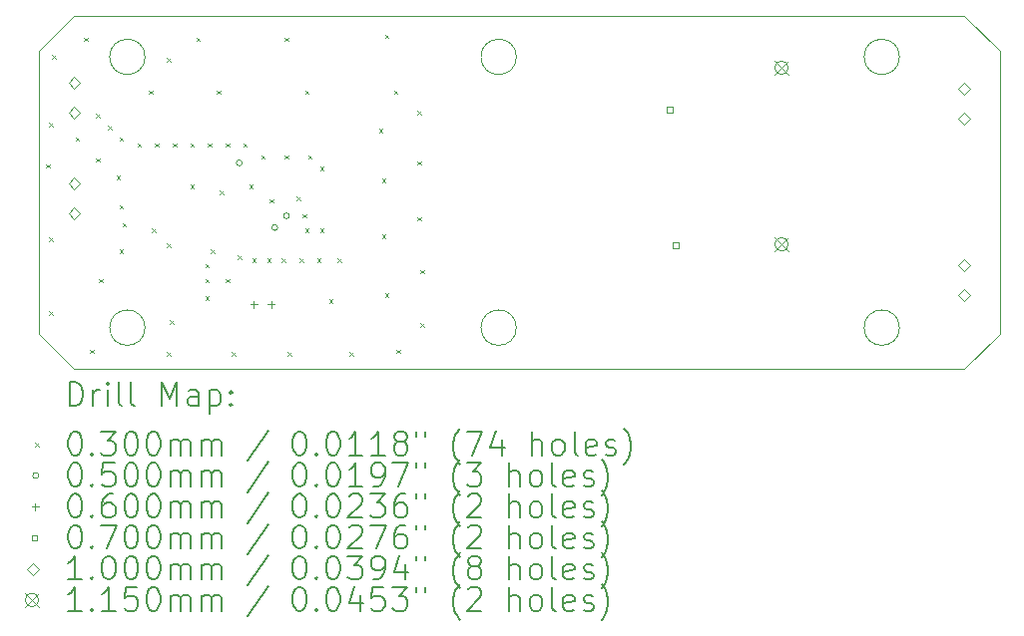
<source format=gbr>
%TF.GenerationSoftware,KiCad,Pcbnew,8.0.2*%
%TF.CreationDate,2024-12-06T15:19:02+01:00*%
%TF.ProjectId,Przetwornica_4_to_400,50727a65-7477-46f7-926e-6963615f345f,rev?*%
%TF.SameCoordinates,Original*%
%TF.FileFunction,Drillmap*%
%TF.FilePolarity,Positive*%
%FSLAX45Y45*%
G04 Gerber Fmt 4.5, Leading zero omitted, Abs format (unit mm)*
G04 Created by KiCad (PCBNEW 8.0.2) date 2024-12-06 15:19:02*
%MOMM*%
%LPD*%
G01*
G04 APERTURE LIST*
%ADD10C,0.050000*%
%ADD11C,0.200000*%
%ADD12C,0.100000*%
%ADD13C,0.115000*%
G04 APERTURE END LIST*
D10*
X9400000Y-7000000D02*
G75*
G02*
X9100000Y-7000000I-150000J0D01*
G01*
X9100000Y-7000000D02*
G75*
G02*
X9400000Y-7000000I150000J0D01*
G01*
X9400000Y-4700000D02*
G75*
G02*
X9100000Y-4700000I-150000J0D01*
G01*
X9100000Y-4700000D02*
G75*
G02*
X9400000Y-4700000I150000J0D01*
G01*
X12650000Y-7000000D02*
G75*
G02*
X12350000Y-7000000I-150000J0D01*
G01*
X12350000Y-7000000D02*
G75*
G02*
X12650000Y-7000000I150000J0D01*
G01*
X12650000Y-4700000D02*
G75*
G02*
X12350000Y-4700000I-150000J0D01*
G01*
X12350000Y-4700000D02*
G75*
G02*
X12650000Y-4700000I150000J0D01*
G01*
X6250000Y-7000000D02*
G75*
G02*
X5950000Y-7000000I-150000J0D01*
G01*
X5950000Y-7000000D02*
G75*
G02*
X6250000Y-7000000I150000J0D01*
G01*
X6250000Y-4700000D02*
G75*
G02*
X5950000Y-4700000I-150000J0D01*
G01*
X5950000Y-4700000D02*
G75*
G02*
X6250000Y-4700000I150000J0D01*
G01*
X5350000Y-4650000D02*
X5350000Y-7050000D01*
X13500000Y-4650000D02*
X13500000Y-7050000D01*
X13200000Y-7350000D02*
X5650000Y-7350000D01*
X13200000Y-4350000D02*
X5650000Y-4350000D01*
X5650000Y-7350000D02*
X5350000Y-7050000D01*
X13200000Y-7350000D02*
X13500000Y-7050000D01*
X5650000Y-4350000D02*
X5350000Y-4650000D01*
X13200000Y-4350000D02*
X13500000Y-4650000D01*
D11*
D12*
X5410000Y-5610000D02*
X5440000Y-5640000D01*
X5440000Y-5610000D02*
X5410000Y-5640000D01*
X5435000Y-5260000D02*
X5465000Y-5290000D01*
X5465000Y-5260000D02*
X5435000Y-5290000D01*
X5435000Y-6235000D02*
X5465000Y-6265000D01*
X5465000Y-6235000D02*
X5435000Y-6265000D01*
X5435000Y-6860000D02*
X5465000Y-6890000D01*
X5465000Y-6860000D02*
X5435000Y-6890000D01*
X5460000Y-4685000D02*
X5490000Y-4715000D01*
X5490000Y-4685000D02*
X5460000Y-4715000D01*
X5660000Y-5385000D02*
X5690000Y-5415000D01*
X5690000Y-5385000D02*
X5660000Y-5415000D01*
X5735000Y-4535000D02*
X5765000Y-4565000D01*
X5765000Y-4535000D02*
X5735000Y-4565000D01*
X5785000Y-7185000D02*
X5815000Y-7215000D01*
X5815000Y-7185000D02*
X5785000Y-7215000D01*
X5835000Y-5185000D02*
X5865000Y-5215000D01*
X5865000Y-5185000D02*
X5835000Y-5215000D01*
X5835000Y-5560000D02*
X5865000Y-5590000D01*
X5865000Y-5560000D02*
X5835000Y-5590000D01*
X5860000Y-6585000D02*
X5890000Y-6615000D01*
X5890000Y-6585000D02*
X5860000Y-6615000D01*
X5935000Y-5285000D02*
X5965000Y-5315000D01*
X5965000Y-5285000D02*
X5935000Y-5315000D01*
X6010000Y-5710000D02*
X6040000Y-5740000D01*
X6040000Y-5710000D02*
X6010000Y-5740000D01*
X6035000Y-5385000D02*
X6065000Y-5415000D01*
X6065000Y-5385000D02*
X6035000Y-5415000D01*
X6035000Y-5960000D02*
X6065000Y-5990000D01*
X6065000Y-5960000D02*
X6035000Y-5990000D01*
X6035000Y-6335000D02*
X6065000Y-6365000D01*
X6065000Y-6335000D02*
X6035000Y-6365000D01*
X6060000Y-6110000D02*
X6090000Y-6140000D01*
X6090000Y-6110000D02*
X6060000Y-6140000D01*
X6185000Y-5435000D02*
X6215000Y-5465000D01*
X6215000Y-5435000D02*
X6185000Y-5465000D01*
X6285000Y-4985000D02*
X6315000Y-5015000D01*
X6315000Y-4985000D02*
X6285000Y-5015000D01*
X6310000Y-6160000D02*
X6340000Y-6190000D01*
X6340000Y-6160000D02*
X6310000Y-6190000D01*
X6335000Y-5435000D02*
X6365000Y-5465000D01*
X6365000Y-5435000D02*
X6335000Y-5465000D01*
X6435000Y-4710000D02*
X6465000Y-4740000D01*
X6465000Y-4710000D02*
X6435000Y-4740000D01*
X6435000Y-6285000D02*
X6465000Y-6315000D01*
X6465000Y-6285000D02*
X6435000Y-6315000D01*
X6435000Y-7210000D02*
X6465000Y-7240000D01*
X6465000Y-7210000D02*
X6435000Y-7240000D01*
X6460000Y-6935000D02*
X6490000Y-6965000D01*
X6490000Y-6935000D02*
X6460000Y-6965000D01*
X6485000Y-5435000D02*
X6515000Y-5465000D01*
X6515000Y-5435000D02*
X6485000Y-5465000D01*
X6635000Y-5435000D02*
X6665000Y-5465000D01*
X6665000Y-5435000D02*
X6635000Y-5465000D01*
X6635000Y-5785000D02*
X6665000Y-5815000D01*
X6665000Y-5785000D02*
X6635000Y-5815000D01*
X6685000Y-4535000D02*
X6715000Y-4565000D01*
X6715000Y-4535000D02*
X6685000Y-4565000D01*
X6760000Y-6460000D02*
X6790000Y-6490000D01*
X6790000Y-6460000D02*
X6760000Y-6490000D01*
X6760000Y-6585000D02*
X6790000Y-6615000D01*
X6790000Y-6585000D02*
X6760000Y-6615000D01*
X6760000Y-6735000D02*
X6790000Y-6765000D01*
X6790000Y-6735000D02*
X6760000Y-6765000D01*
X6785000Y-5435000D02*
X6815000Y-5465000D01*
X6815000Y-5435000D02*
X6785000Y-5465000D01*
X6810000Y-6335000D02*
X6840000Y-6365000D01*
X6840000Y-6335000D02*
X6810000Y-6365000D01*
X6860000Y-4985000D02*
X6890000Y-5015000D01*
X6890000Y-4985000D02*
X6860000Y-5015000D01*
X6885000Y-5835000D02*
X6915000Y-5865000D01*
X6915000Y-5835000D02*
X6885000Y-5865000D01*
X6935000Y-5435000D02*
X6965000Y-5465000D01*
X6965000Y-5435000D02*
X6935000Y-5465000D01*
X6935000Y-6585000D02*
X6965000Y-6615000D01*
X6965000Y-6585000D02*
X6935000Y-6615000D01*
X6985000Y-7210000D02*
X7015000Y-7240000D01*
X7015000Y-7210000D02*
X6985000Y-7240000D01*
X7035000Y-6385000D02*
X7065000Y-6415000D01*
X7065000Y-6385000D02*
X7035000Y-6415000D01*
X7085000Y-5435000D02*
X7115000Y-5465000D01*
X7115000Y-5435000D02*
X7085000Y-5465000D01*
X7135000Y-5785000D02*
X7165000Y-5815000D01*
X7165000Y-5785000D02*
X7135000Y-5815000D01*
X7160000Y-6410000D02*
X7190000Y-6440000D01*
X7190000Y-6410000D02*
X7160000Y-6440000D01*
X7235000Y-5535000D02*
X7265000Y-5565000D01*
X7265000Y-5535000D02*
X7235000Y-5565000D01*
X7285000Y-6410000D02*
X7315000Y-6440000D01*
X7315000Y-6410000D02*
X7285000Y-6440000D01*
X7310000Y-5910000D02*
X7340000Y-5940000D01*
X7340000Y-5910000D02*
X7310000Y-5940000D01*
X7410000Y-6410000D02*
X7440000Y-6440000D01*
X7440000Y-6410000D02*
X7410000Y-6440000D01*
X7435000Y-4535000D02*
X7465000Y-4565000D01*
X7465000Y-4535000D02*
X7435000Y-4565000D01*
X7435000Y-5535000D02*
X7465000Y-5565000D01*
X7465000Y-5535000D02*
X7435000Y-5565000D01*
X7460000Y-7210000D02*
X7490000Y-7240000D01*
X7490000Y-7210000D02*
X7460000Y-7240000D01*
X7535000Y-5885000D02*
X7565000Y-5915000D01*
X7565000Y-5885000D02*
X7535000Y-5915000D01*
X7560000Y-6410000D02*
X7590000Y-6440000D01*
X7590000Y-6410000D02*
X7560000Y-6440000D01*
X7585000Y-6035000D02*
X7615000Y-6065000D01*
X7615000Y-6035000D02*
X7585000Y-6065000D01*
X7610000Y-4985000D02*
X7640000Y-5015000D01*
X7640000Y-4985000D02*
X7610000Y-5015000D01*
X7610000Y-6160000D02*
X7640000Y-6190000D01*
X7640000Y-6160000D02*
X7610000Y-6190000D01*
X7635000Y-5535000D02*
X7665000Y-5565000D01*
X7665000Y-5535000D02*
X7635000Y-5565000D01*
X7710000Y-6410000D02*
X7740000Y-6440000D01*
X7740000Y-6410000D02*
X7710000Y-6440000D01*
X7735000Y-5635000D02*
X7765000Y-5665000D01*
X7765000Y-5635000D02*
X7735000Y-5665000D01*
X7735000Y-6160000D02*
X7765000Y-6190000D01*
X7765000Y-6160000D02*
X7735000Y-6190000D01*
X7810000Y-6760000D02*
X7840000Y-6790000D01*
X7840000Y-6760000D02*
X7810000Y-6790000D01*
X7885000Y-6410000D02*
X7915000Y-6440000D01*
X7915000Y-6410000D02*
X7885000Y-6440000D01*
X7985000Y-7210000D02*
X8015000Y-7240000D01*
X8015000Y-7210000D02*
X7985000Y-7240000D01*
X8235000Y-5310000D02*
X8265000Y-5340000D01*
X8265000Y-5310000D02*
X8235000Y-5340000D01*
X8260000Y-5735000D02*
X8290000Y-5765000D01*
X8290000Y-5735000D02*
X8260000Y-5765000D01*
X8260000Y-6210000D02*
X8290000Y-6240000D01*
X8290000Y-6210000D02*
X8260000Y-6240000D01*
X8285000Y-4510000D02*
X8315000Y-4540000D01*
X8315000Y-4510000D02*
X8285000Y-4540000D01*
X8285000Y-6710000D02*
X8315000Y-6740000D01*
X8315000Y-6710000D02*
X8285000Y-6740000D01*
X8360000Y-4985000D02*
X8390000Y-5015000D01*
X8390000Y-4985000D02*
X8360000Y-5015000D01*
X8385000Y-7185000D02*
X8415000Y-7215000D01*
X8415000Y-7185000D02*
X8385000Y-7215000D01*
X8560000Y-5160000D02*
X8590000Y-5190000D01*
X8590000Y-5160000D02*
X8560000Y-5190000D01*
X8560000Y-5585000D02*
X8590000Y-5615000D01*
X8590000Y-5585000D02*
X8560000Y-5615000D01*
X8560000Y-6060000D02*
X8590000Y-6090000D01*
X8590000Y-6060000D02*
X8560000Y-6090000D01*
X8585000Y-6510000D02*
X8615000Y-6540000D01*
X8615000Y-6510000D02*
X8585000Y-6540000D01*
X8585000Y-6960000D02*
X8615000Y-6990000D01*
X8615000Y-6960000D02*
X8585000Y-6990000D01*
X7075000Y-5600000D02*
G75*
G02*
X7025000Y-5600000I-25000J0D01*
G01*
X7025000Y-5600000D02*
G75*
G02*
X7075000Y-5600000I25000J0D01*
G01*
X7375000Y-6150000D02*
G75*
G02*
X7325000Y-6150000I-25000J0D01*
G01*
X7325000Y-6150000D02*
G75*
G02*
X7375000Y-6150000I25000J0D01*
G01*
X7475000Y-6050000D02*
G75*
G02*
X7425000Y-6050000I-25000J0D01*
G01*
X7425000Y-6050000D02*
G75*
G02*
X7475000Y-6050000I25000J0D01*
G01*
X7172260Y-6770000D02*
X7172260Y-6830000D01*
X7142260Y-6800000D02*
X7202260Y-6800000D01*
X7322260Y-6770000D02*
X7322260Y-6830000D01*
X7292260Y-6800000D02*
X7352260Y-6800000D01*
X10724749Y-5174749D02*
X10724749Y-5125251D01*
X10675251Y-5125251D01*
X10675251Y-5174749D01*
X10724749Y-5174749D01*
X10774749Y-6324749D02*
X10774749Y-6275251D01*
X10725251Y-6275251D01*
X10725251Y-6324749D01*
X10774749Y-6324749D01*
X5650000Y-4972500D02*
X5700000Y-4922500D01*
X5650000Y-4872500D01*
X5600000Y-4922500D01*
X5650000Y-4972500D01*
X5650000Y-5226500D02*
X5700000Y-5176500D01*
X5650000Y-5126500D01*
X5600000Y-5176500D01*
X5650000Y-5226500D01*
X5650000Y-5822500D02*
X5700000Y-5772500D01*
X5650000Y-5722500D01*
X5600000Y-5772500D01*
X5650000Y-5822500D01*
X5650000Y-6076500D02*
X5700000Y-6026500D01*
X5650000Y-5976500D01*
X5600000Y-6026500D01*
X5650000Y-6076500D01*
X13200000Y-5022500D02*
X13250000Y-4972500D01*
X13200000Y-4922500D01*
X13150000Y-4972500D01*
X13200000Y-5022500D01*
X13200000Y-5276500D02*
X13250000Y-5226500D01*
X13200000Y-5176500D01*
X13150000Y-5226500D01*
X13200000Y-5276500D01*
X13200000Y-6522500D02*
X13250000Y-6472500D01*
X13200000Y-6422500D01*
X13150000Y-6472500D01*
X13200000Y-6522500D01*
X13200000Y-6776500D02*
X13250000Y-6726500D01*
X13200000Y-6676500D01*
X13150000Y-6726500D01*
X13200000Y-6776500D01*
D13*
X11592500Y-4735000D02*
X11707500Y-4850000D01*
X11707500Y-4735000D02*
X11592500Y-4850000D01*
X11707500Y-4792500D02*
G75*
G02*
X11592500Y-4792500I-57500J0D01*
G01*
X11592500Y-4792500D02*
G75*
G02*
X11707500Y-4792500I57500J0D01*
G01*
X11592500Y-6235000D02*
X11707500Y-6350000D01*
X11707500Y-6235000D02*
X11592500Y-6350000D01*
X11707500Y-6292500D02*
G75*
G02*
X11592500Y-6292500I-57500J0D01*
G01*
X11592500Y-6292500D02*
G75*
G02*
X11707500Y-6292500I57500J0D01*
G01*
D11*
X5608277Y-7663984D02*
X5608277Y-7463984D01*
X5608277Y-7463984D02*
X5655896Y-7463984D01*
X5655896Y-7463984D02*
X5684467Y-7473508D01*
X5684467Y-7473508D02*
X5703515Y-7492555D01*
X5703515Y-7492555D02*
X5713039Y-7511603D01*
X5713039Y-7511603D02*
X5722562Y-7549698D01*
X5722562Y-7549698D02*
X5722562Y-7578269D01*
X5722562Y-7578269D02*
X5713039Y-7616365D01*
X5713039Y-7616365D02*
X5703515Y-7635412D01*
X5703515Y-7635412D02*
X5684467Y-7654460D01*
X5684467Y-7654460D02*
X5655896Y-7663984D01*
X5655896Y-7663984D02*
X5608277Y-7663984D01*
X5808277Y-7663984D02*
X5808277Y-7530650D01*
X5808277Y-7568746D02*
X5817801Y-7549698D01*
X5817801Y-7549698D02*
X5827324Y-7540174D01*
X5827324Y-7540174D02*
X5846372Y-7530650D01*
X5846372Y-7530650D02*
X5865420Y-7530650D01*
X5932086Y-7663984D02*
X5932086Y-7530650D01*
X5932086Y-7463984D02*
X5922562Y-7473508D01*
X5922562Y-7473508D02*
X5932086Y-7483031D01*
X5932086Y-7483031D02*
X5941610Y-7473508D01*
X5941610Y-7473508D02*
X5932086Y-7463984D01*
X5932086Y-7463984D02*
X5932086Y-7483031D01*
X6055896Y-7663984D02*
X6036848Y-7654460D01*
X6036848Y-7654460D02*
X6027324Y-7635412D01*
X6027324Y-7635412D02*
X6027324Y-7463984D01*
X6160658Y-7663984D02*
X6141610Y-7654460D01*
X6141610Y-7654460D02*
X6132086Y-7635412D01*
X6132086Y-7635412D02*
X6132086Y-7463984D01*
X6389229Y-7663984D02*
X6389229Y-7463984D01*
X6389229Y-7463984D02*
X6455896Y-7606841D01*
X6455896Y-7606841D02*
X6522562Y-7463984D01*
X6522562Y-7463984D02*
X6522562Y-7663984D01*
X6703515Y-7663984D02*
X6703515Y-7559222D01*
X6703515Y-7559222D02*
X6693991Y-7540174D01*
X6693991Y-7540174D02*
X6674943Y-7530650D01*
X6674943Y-7530650D02*
X6636848Y-7530650D01*
X6636848Y-7530650D02*
X6617801Y-7540174D01*
X6703515Y-7654460D02*
X6684467Y-7663984D01*
X6684467Y-7663984D02*
X6636848Y-7663984D01*
X6636848Y-7663984D02*
X6617801Y-7654460D01*
X6617801Y-7654460D02*
X6608277Y-7635412D01*
X6608277Y-7635412D02*
X6608277Y-7616365D01*
X6608277Y-7616365D02*
X6617801Y-7597317D01*
X6617801Y-7597317D02*
X6636848Y-7587793D01*
X6636848Y-7587793D02*
X6684467Y-7587793D01*
X6684467Y-7587793D02*
X6703515Y-7578269D01*
X6798753Y-7530650D02*
X6798753Y-7730650D01*
X6798753Y-7540174D02*
X6817801Y-7530650D01*
X6817801Y-7530650D02*
X6855896Y-7530650D01*
X6855896Y-7530650D02*
X6874943Y-7540174D01*
X6874943Y-7540174D02*
X6884467Y-7549698D01*
X6884467Y-7549698D02*
X6893991Y-7568746D01*
X6893991Y-7568746D02*
X6893991Y-7625888D01*
X6893991Y-7625888D02*
X6884467Y-7644936D01*
X6884467Y-7644936D02*
X6874943Y-7654460D01*
X6874943Y-7654460D02*
X6855896Y-7663984D01*
X6855896Y-7663984D02*
X6817801Y-7663984D01*
X6817801Y-7663984D02*
X6798753Y-7654460D01*
X6979705Y-7644936D02*
X6989229Y-7654460D01*
X6989229Y-7654460D02*
X6979705Y-7663984D01*
X6979705Y-7663984D02*
X6970182Y-7654460D01*
X6970182Y-7654460D02*
X6979705Y-7644936D01*
X6979705Y-7644936D02*
X6979705Y-7663984D01*
X6979705Y-7540174D02*
X6989229Y-7549698D01*
X6989229Y-7549698D02*
X6979705Y-7559222D01*
X6979705Y-7559222D02*
X6970182Y-7549698D01*
X6970182Y-7549698D02*
X6979705Y-7540174D01*
X6979705Y-7540174D02*
X6979705Y-7559222D01*
D12*
X5317500Y-7977500D02*
X5347500Y-8007500D01*
X5347500Y-7977500D02*
X5317500Y-8007500D01*
D11*
X5646372Y-7883984D02*
X5665420Y-7883984D01*
X5665420Y-7883984D02*
X5684467Y-7893508D01*
X5684467Y-7893508D02*
X5693991Y-7903031D01*
X5693991Y-7903031D02*
X5703515Y-7922079D01*
X5703515Y-7922079D02*
X5713039Y-7960174D01*
X5713039Y-7960174D02*
X5713039Y-8007793D01*
X5713039Y-8007793D02*
X5703515Y-8045888D01*
X5703515Y-8045888D02*
X5693991Y-8064936D01*
X5693991Y-8064936D02*
X5684467Y-8074460D01*
X5684467Y-8074460D02*
X5665420Y-8083984D01*
X5665420Y-8083984D02*
X5646372Y-8083984D01*
X5646372Y-8083984D02*
X5627324Y-8074460D01*
X5627324Y-8074460D02*
X5617801Y-8064936D01*
X5617801Y-8064936D02*
X5608277Y-8045888D01*
X5608277Y-8045888D02*
X5598753Y-8007793D01*
X5598753Y-8007793D02*
X5598753Y-7960174D01*
X5598753Y-7960174D02*
X5608277Y-7922079D01*
X5608277Y-7922079D02*
X5617801Y-7903031D01*
X5617801Y-7903031D02*
X5627324Y-7893508D01*
X5627324Y-7893508D02*
X5646372Y-7883984D01*
X5798753Y-8064936D02*
X5808277Y-8074460D01*
X5808277Y-8074460D02*
X5798753Y-8083984D01*
X5798753Y-8083984D02*
X5789229Y-8074460D01*
X5789229Y-8074460D02*
X5798753Y-8064936D01*
X5798753Y-8064936D02*
X5798753Y-8083984D01*
X5874943Y-7883984D02*
X5998753Y-7883984D01*
X5998753Y-7883984D02*
X5932086Y-7960174D01*
X5932086Y-7960174D02*
X5960658Y-7960174D01*
X5960658Y-7960174D02*
X5979705Y-7969698D01*
X5979705Y-7969698D02*
X5989229Y-7979222D01*
X5989229Y-7979222D02*
X5998753Y-7998269D01*
X5998753Y-7998269D02*
X5998753Y-8045888D01*
X5998753Y-8045888D02*
X5989229Y-8064936D01*
X5989229Y-8064936D02*
X5979705Y-8074460D01*
X5979705Y-8074460D02*
X5960658Y-8083984D01*
X5960658Y-8083984D02*
X5903515Y-8083984D01*
X5903515Y-8083984D02*
X5884467Y-8074460D01*
X5884467Y-8074460D02*
X5874943Y-8064936D01*
X6122562Y-7883984D02*
X6141610Y-7883984D01*
X6141610Y-7883984D02*
X6160658Y-7893508D01*
X6160658Y-7893508D02*
X6170182Y-7903031D01*
X6170182Y-7903031D02*
X6179705Y-7922079D01*
X6179705Y-7922079D02*
X6189229Y-7960174D01*
X6189229Y-7960174D02*
X6189229Y-8007793D01*
X6189229Y-8007793D02*
X6179705Y-8045888D01*
X6179705Y-8045888D02*
X6170182Y-8064936D01*
X6170182Y-8064936D02*
X6160658Y-8074460D01*
X6160658Y-8074460D02*
X6141610Y-8083984D01*
X6141610Y-8083984D02*
X6122562Y-8083984D01*
X6122562Y-8083984D02*
X6103515Y-8074460D01*
X6103515Y-8074460D02*
X6093991Y-8064936D01*
X6093991Y-8064936D02*
X6084467Y-8045888D01*
X6084467Y-8045888D02*
X6074943Y-8007793D01*
X6074943Y-8007793D02*
X6074943Y-7960174D01*
X6074943Y-7960174D02*
X6084467Y-7922079D01*
X6084467Y-7922079D02*
X6093991Y-7903031D01*
X6093991Y-7903031D02*
X6103515Y-7893508D01*
X6103515Y-7893508D02*
X6122562Y-7883984D01*
X6313039Y-7883984D02*
X6332086Y-7883984D01*
X6332086Y-7883984D02*
X6351134Y-7893508D01*
X6351134Y-7893508D02*
X6360658Y-7903031D01*
X6360658Y-7903031D02*
X6370182Y-7922079D01*
X6370182Y-7922079D02*
X6379705Y-7960174D01*
X6379705Y-7960174D02*
X6379705Y-8007793D01*
X6379705Y-8007793D02*
X6370182Y-8045888D01*
X6370182Y-8045888D02*
X6360658Y-8064936D01*
X6360658Y-8064936D02*
X6351134Y-8074460D01*
X6351134Y-8074460D02*
X6332086Y-8083984D01*
X6332086Y-8083984D02*
X6313039Y-8083984D01*
X6313039Y-8083984D02*
X6293991Y-8074460D01*
X6293991Y-8074460D02*
X6284467Y-8064936D01*
X6284467Y-8064936D02*
X6274943Y-8045888D01*
X6274943Y-8045888D02*
X6265420Y-8007793D01*
X6265420Y-8007793D02*
X6265420Y-7960174D01*
X6265420Y-7960174D02*
X6274943Y-7922079D01*
X6274943Y-7922079D02*
X6284467Y-7903031D01*
X6284467Y-7903031D02*
X6293991Y-7893508D01*
X6293991Y-7893508D02*
X6313039Y-7883984D01*
X6465420Y-8083984D02*
X6465420Y-7950650D01*
X6465420Y-7969698D02*
X6474943Y-7960174D01*
X6474943Y-7960174D02*
X6493991Y-7950650D01*
X6493991Y-7950650D02*
X6522563Y-7950650D01*
X6522563Y-7950650D02*
X6541610Y-7960174D01*
X6541610Y-7960174D02*
X6551134Y-7979222D01*
X6551134Y-7979222D02*
X6551134Y-8083984D01*
X6551134Y-7979222D02*
X6560658Y-7960174D01*
X6560658Y-7960174D02*
X6579705Y-7950650D01*
X6579705Y-7950650D02*
X6608277Y-7950650D01*
X6608277Y-7950650D02*
X6627324Y-7960174D01*
X6627324Y-7960174D02*
X6636848Y-7979222D01*
X6636848Y-7979222D02*
X6636848Y-8083984D01*
X6732086Y-8083984D02*
X6732086Y-7950650D01*
X6732086Y-7969698D02*
X6741610Y-7960174D01*
X6741610Y-7960174D02*
X6760658Y-7950650D01*
X6760658Y-7950650D02*
X6789229Y-7950650D01*
X6789229Y-7950650D02*
X6808277Y-7960174D01*
X6808277Y-7960174D02*
X6817801Y-7979222D01*
X6817801Y-7979222D02*
X6817801Y-8083984D01*
X6817801Y-7979222D02*
X6827324Y-7960174D01*
X6827324Y-7960174D02*
X6846372Y-7950650D01*
X6846372Y-7950650D02*
X6874943Y-7950650D01*
X6874943Y-7950650D02*
X6893991Y-7960174D01*
X6893991Y-7960174D02*
X6903515Y-7979222D01*
X6903515Y-7979222D02*
X6903515Y-8083984D01*
X7293991Y-7874460D02*
X7122563Y-8131603D01*
X7551134Y-7883984D02*
X7570182Y-7883984D01*
X7570182Y-7883984D02*
X7589229Y-7893508D01*
X7589229Y-7893508D02*
X7598753Y-7903031D01*
X7598753Y-7903031D02*
X7608277Y-7922079D01*
X7608277Y-7922079D02*
X7617801Y-7960174D01*
X7617801Y-7960174D02*
X7617801Y-8007793D01*
X7617801Y-8007793D02*
X7608277Y-8045888D01*
X7608277Y-8045888D02*
X7598753Y-8064936D01*
X7598753Y-8064936D02*
X7589229Y-8074460D01*
X7589229Y-8074460D02*
X7570182Y-8083984D01*
X7570182Y-8083984D02*
X7551134Y-8083984D01*
X7551134Y-8083984D02*
X7532086Y-8074460D01*
X7532086Y-8074460D02*
X7522563Y-8064936D01*
X7522563Y-8064936D02*
X7513039Y-8045888D01*
X7513039Y-8045888D02*
X7503515Y-8007793D01*
X7503515Y-8007793D02*
X7503515Y-7960174D01*
X7503515Y-7960174D02*
X7513039Y-7922079D01*
X7513039Y-7922079D02*
X7522563Y-7903031D01*
X7522563Y-7903031D02*
X7532086Y-7893508D01*
X7532086Y-7893508D02*
X7551134Y-7883984D01*
X7703515Y-8064936D02*
X7713039Y-8074460D01*
X7713039Y-8074460D02*
X7703515Y-8083984D01*
X7703515Y-8083984D02*
X7693991Y-8074460D01*
X7693991Y-8074460D02*
X7703515Y-8064936D01*
X7703515Y-8064936D02*
X7703515Y-8083984D01*
X7836848Y-7883984D02*
X7855896Y-7883984D01*
X7855896Y-7883984D02*
X7874944Y-7893508D01*
X7874944Y-7893508D02*
X7884467Y-7903031D01*
X7884467Y-7903031D02*
X7893991Y-7922079D01*
X7893991Y-7922079D02*
X7903515Y-7960174D01*
X7903515Y-7960174D02*
X7903515Y-8007793D01*
X7903515Y-8007793D02*
X7893991Y-8045888D01*
X7893991Y-8045888D02*
X7884467Y-8064936D01*
X7884467Y-8064936D02*
X7874944Y-8074460D01*
X7874944Y-8074460D02*
X7855896Y-8083984D01*
X7855896Y-8083984D02*
X7836848Y-8083984D01*
X7836848Y-8083984D02*
X7817801Y-8074460D01*
X7817801Y-8074460D02*
X7808277Y-8064936D01*
X7808277Y-8064936D02*
X7798753Y-8045888D01*
X7798753Y-8045888D02*
X7789229Y-8007793D01*
X7789229Y-8007793D02*
X7789229Y-7960174D01*
X7789229Y-7960174D02*
X7798753Y-7922079D01*
X7798753Y-7922079D02*
X7808277Y-7903031D01*
X7808277Y-7903031D02*
X7817801Y-7893508D01*
X7817801Y-7893508D02*
X7836848Y-7883984D01*
X8093991Y-8083984D02*
X7979706Y-8083984D01*
X8036848Y-8083984D02*
X8036848Y-7883984D01*
X8036848Y-7883984D02*
X8017801Y-7912555D01*
X8017801Y-7912555D02*
X7998753Y-7931603D01*
X7998753Y-7931603D02*
X7979706Y-7941127D01*
X8284467Y-8083984D02*
X8170182Y-8083984D01*
X8227325Y-8083984D02*
X8227325Y-7883984D01*
X8227325Y-7883984D02*
X8208277Y-7912555D01*
X8208277Y-7912555D02*
X8189229Y-7931603D01*
X8189229Y-7931603D02*
X8170182Y-7941127D01*
X8398753Y-7969698D02*
X8379706Y-7960174D01*
X8379706Y-7960174D02*
X8370182Y-7950650D01*
X8370182Y-7950650D02*
X8360658Y-7931603D01*
X8360658Y-7931603D02*
X8360658Y-7922079D01*
X8360658Y-7922079D02*
X8370182Y-7903031D01*
X8370182Y-7903031D02*
X8379706Y-7893508D01*
X8379706Y-7893508D02*
X8398753Y-7883984D01*
X8398753Y-7883984D02*
X8436849Y-7883984D01*
X8436849Y-7883984D02*
X8455896Y-7893508D01*
X8455896Y-7893508D02*
X8465420Y-7903031D01*
X8465420Y-7903031D02*
X8474944Y-7922079D01*
X8474944Y-7922079D02*
X8474944Y-7931603D01*
X8474944Y-7931603D02*
X8465420Y-7950650D01*
X8465420Y-7950650D02*
X8455896Y-7960174D01*
X8455896Y-7960174D02*
X8436849Y-7969698D01*
X8436849Y-7969698D02*
X8398753Y-7969698D01*
X8398753Y-7969698D02*
X8379706Y-7979222D01*
X8379706Y-7979222D02*
X8370182Y-7988746D01*
X8370182Y-7988746D02*
X8360658Y-8007793D01*
X8360658Y-8007793D02*
X8360658Y-8045888D01*
X8360658Y-8045888D02*
X8370182Y-8064936D01*
X8370182Y-8064936D02*
X8379706Y-8074460D01*
X8379706Y-8074460D02*
X8398753Y-8083984D01*
X8398753Y-8083984D02*
X8436849Y-8083984D01*
X8436849Y-8083984D02*
X8455896Y-8074460D01*
X8455896Y-8074460D02*
X8465420Y-8064936D01*
X8465420Y-8064936D02*
X8474944Y-8045888D01*
X8474944Y-8045888D02*
X8474944Y-8007793D01*
X8474944Y-8007793D02*
X8465420Y-7988746D01*
X8465420Y-7988746D02*
X8455896Y-7979222D01*
X8455896Y-7979222D02*
X8436849Y-7969698D01*
X8551134Y-7883984D02*
X8551134Y-7922079D01*
X8627325Y-7883984D02*
X8627325Y-7922079D01*
X8922563Y-8160174D02*
X8913039Y-8150650D01*
X8913039Y-8150650D02*
X8893991Y-8122079D01*
X8893991Y-8122079D02*
X8884468Y-8103031D01*
X8884468Y-8103031D02*
X8874944Y-8074460D01*
X8874944Y-8074460D02*
X8865420Y-8026841D01*
X8865420Y-8026841D02*
X8865420Y-7988746D01*
X8865420Y-7988746D02*
X8874944Y-7941127D01*
X8874944Y-7941127D02*
X8884468Y-7912555D01*
X8884468Y-7912555D02*
X8893991Y-7893508D01*
X8893991Y-7893508D02*
X8913039Y-7864936D01*
X8913039Y-7864936D02*
X8922563Y-7855412D01*
X8979706Y-7883984D02*
X9113039Y-7883984D01*
X9113039Y-7883984D02*
X9027325Y-8083984D01*
X9274944Y-7950650D02*
X9274944Y-8083984D01*
X9227325Y-7874460D02*
X9179706Y-8017317D01*
X9179706Y-8017317D02*
X9303515Y-8017317D01*
X9532087Y-8083984D02*
X9532087Y-7883984D01*
X9617801Y-8083984D02*
X9617801Y-7979222D01*
X9617801Y-7979222D02*
X9608277Y-7960174D01*
X9608277Y-7960174D02*
X9589230Y-7950650D01*
X9589230Y-7950650D02*
X9560658Y-7950650D01*
X9560658Y-7950650D02*
X9541611Y-7960174D01*
X9541611Y-7960174D02*
X9532087Y-7969698D01*
X9741611Y-8083984D02*
X9722563Y-8074460D01*
X9722563Y-8074460D02*
X9713039Y-8064936D01*
X9713039Y-8064936D02*
X9703515Y-8045888D01*
X9703515Y-8045888D02*
X9703515Y-7988746D01*
X9703515Y-7988746D02*
X9713039Y-7969698D01*
X9713039Y-7969698D02*
X9722563Y-7960174D01*
X9722563Y-7960174D02*
X9741611Y-7950650D01*
X9741611Y-7950650D02*
X9770182Y-7950650D01*
X9770182Y-7950650D02*
X9789230Y-7960174D01*
X9789230Y-7960174D02*
X9798753Y-7969698D01*
X9798753Y-7969698D02*
X9808277Y-7988746D01*
X9808277Y-7988746D02*
X9808277Y-8045888D01*
X9808277Y-8045888D02*
X9798753Y-8064936D01*
X9798753Y-8064936D02*
X9789230Y-8074460D01*
X9789230Y-8074460D02*
X9770182Y-8083984D01*
X9770182Y-8083984D02*
X9741611Y-8083984D01*
X9922563Y-8083984D02*
X9903515Y-8074460D01*
X9903515Y-8074460D02*
X9893992Y-8055412D01*
X9893992Y-8055412D02*
X9893992Y-7883984D01*
X10074944Y-8074460D02*
X10055896Y-8083984D01*
X10055896Y-8083984D02*
X10017801Y-8083984D01*
X10017801Y-8083984D02*
X9998753Y-8074460D01*
X9998753Y-8074460D02*
X9989230Y-8055412D01*
X9989230Y-8055412D02*
X9989230Y-7979222D01*
X9989230Y-7979222D02*
X9998753Y-7960174D01*
X9998753Y-7960174D02*
X10017801Y-7950650D01*
X10017801Y-7950650D02*
X10055896Y-7950650D01*
X10055896Y-7950650D02*
X10074944Y-7960174D01*
X10074944Y-7960174D02*
X10084468Y-7979222D01*
X10084468Y-7979222D02*
X10084468Y-7998269D01*
X10084468Y-7998269D02*
X9989230Y-8017317D01*
X10160658Y-8074460D02*
X10179706Y-8083984D01*
X10179706Y-8083984D02*
X10217801Y-8083984D01*
X10217801Y-8083984D02*
X10236849Y-8074460D01*
X10236849Y-8074460D02*
X10246373Y-8055412D01*
X10246373Y-8055412D02*
X10246373Y-8045888D01*
X10246373Y-8045888D02*
X10236849Y-8026841D01*
X10236849Y-8026841D02*
X10217801Y-8017317D01*
X10217801Y-8017317D02*
X10189230Y-8017317D01*
X10189230Y-8017317D02*
X10170182Y-8007793D01*
X10170182Y-8007793D02*
X10160658Y-7988746D01*
X10160658Y-7988746D02*
X10160658Y-7979222D01*
X10160658Y-7979222D02*
X10170182Y-7960174D01*
X10170182Y-7960174D02*
X10189230Y-7950650D01*
X10189230Y-7950650D02*
X10217801Y-7950650D01*
X10217801Y-7950650D02*
X10236849Y-7960174D01*
X10313039Y-8160174D02*
X10322563Y-8150650D01*
X10322563Y-8150650D02*
X10341611Y-8122079D01*
X10341611Y-8122079D02*
X10351134Y-8103031D01*
X10351134Y-8103031D02*
X10360658Y-8074460D01*
X10360658Y-8074460D02*
X10370182Y-8026841D01*
X10370182Y-8026841D02*
X10370182Y-7988746D01*
X10370182Y-7988746D02*
X10360658Y-7941127D01*
X10360658Y-7941127D02*
X10351134Y-7912555D01*
X10351134Y-7912555D02*
X10341611Y-7893508D01*
X10341611Y-7893508D02*
X10322563Y-7864936D01*
X10322563Y-7864936D02*
X10313039Y-7855412D01*
D12*
X5347500Y-8256500D02*
G75*
G02*
X5297500Y-8256500I-25000J0D01*
G01*
X5297500Y-8256500D02*
G75*
G02*
X5347500Y-8256500I25000J0D01*
G01*
D11*
X5646372Y-8147984D02*
X5665420Y-8147984D01*
X5665420Y-8147984D02*
X5684467Y-8157508D01*
X5684467Y-8157508D02*
X5693991Y-8167031D01*
X5693991Y-8167031D02*
X5703515Y-8186079D01*
X5703515Y-8186079D02*
X5713039Y-8224174D01*
X5713039Y-8224174D02*
X5713039Y-8271793D01*
X5713039Y-8271793D02*
X5703515Y-8309888D01*
X5703515Y-8309888D02*
X5693991Y-8328936D01*
X5693991Y-8328936D02*
X5684467Y-8338460D01*
X5684467Y-8338460D02*
X5665420Y-8347984D01*
X5665420Y-8347984D02*
X5646372Y-8347984D01*
X5646372Y-8347984D02*
X5627324Y-8338460D01*
X5627324Y-8338460D02*
X5617801Y-8328936D01*
X5617801Y-8328936D02*
X5608277Y-8309888D01*
X5608277Y-8309888D02*
X5598753Y-8271793D01*
X5598753Y-8271793D02*
X5598753Y-8224174D01*
X5598753Y-8224174D02*
X5608277Y-8186079D01*
X5608277Y-8186079D02*
X5617801Y-8167031D01*
X5617801Y-8167031D02*
X5627324Y-8157508D01*
X5627324Y-8157508D02*
X5646372Y-8147984D01*
X5798753Y-8328936D02*
X5808277Y-8338460D01*
X5808277Y-8338460D02*
X5798753Y-8347984D01*
X5798753Y-8347984D02*
X5789229Y-8338460D01*
X5789229Y-8338460D02*
X5798753Y-8328936D01*
X5798753Y-8328936D02*
X5798753Y-8347984D01*
X5989229Y-8147984D02*
X5893991Y-8147984D01*
X5893991Y-8147984D02*
X5884467Y-8243222D01*
X5884467Y-8243222D02*
X5893991Y-8233698D01*
X5893991Y-8233698D02*
X5913039Y-8224174D01*
X5913039Y-8224174D02*
X5960658Y-8224174D01*
X5960658Y-8224174D02*
X5979705Y-8233698D01*
X5979705Y-8233698D02*
X5989229Y-8243222D01*
X5989229Y-8243222D02*
X5998753Y-8262269D01*
X5998753Y-8262269D02*
X5998753Y-8309888D01*
X5998753Y-8309888D02*
X5989229Y-8328936D01*
X5989229Y-8328936D02*
X5979705Y-8338460D01*
X5979705Y-8338460D02*
X5960658Y-8347984D01*
X5960658Y-8347984D02*
X5913039Y-8347984D01*
X5913039Y-8347984D02*
X5893991Y-8338460D01*
X5893991Y-8338460D02*
X5884467Y-8328936D01*
X6122562Y-8147984D02*
X6141610Y-8147984D01*
X6141610Y-8147984D02*
X6160658Y-8157508D01*
X6160658Y-8157508D02*
X6170182Y-8167031D01*
X6170182Y-8167031D02*
X6179705Y-8186079D01*
X6179705Y-8186079D02*
X6189229Y-8224174D01*
X6189229Y-8224174D02*
X6189229Y-8271793D01*
X6189229Y-8271793D02*
X6179705Y-8309888D01*
X6179705Y-8309888D02*
X6170182Y-8328936D01*
X6170182Y-8328936D02*
X6160658Y-8338460D01*
X6160658Y-8338460D02*
X6141610Y-8347984D01*
X6141610Y-8347984D02*
X6122562Y-8347984D01*
X6122562Y-8347984D02*
X6103515Y-8338460D01*
X6103515Y-8338460D02*
X6093991Y-8328936D01*
X6093991Y-8328936D02*
X6084467Y-8309888D01*
X6084467Y-8309888D02*
X6074943Y-8271793D01*
X6074943Y-8271793D02*
X6074943Y-8224174D01*
X6074943Y-8224174D02*
X6084467Y-8186079D01*
X6084467Y-8186079D02*
X6093991Y-8167031D01*
X6093991Y-8167031D02*
X6103515Y-8157508D01*
X6103515Y-8157508D02*
X6122562Y-8147984D01*
X6313039Y-8147984D02*
X6332086Y-8147984D01*
X6332086Y-8147984D02*
X6351134Y-8157508D01*
X6351134Y-8157508D02*
X6360658Y-8167031D01*
X6360658Y-8167031D02*
X6370182Y-8186079D01*
X6370182Y-8186079D02*
X6379705Y-8224174D01*
X6379705Y-8224174D02*
X6379705Y-8271793D01*
X6379705Y-8271793D02*
X6370182Y-8309888D01*
X6370182Y-8309888D02*
X6360658Y-8328936D01*
X6360658Y-8328936D02*
X6351134Y-8338460D01*
X6351134Y-8338460D02*
X6332086Y-8347984D01*
X6332086Y-8347984D02*
X6313039Y-8347984D01*
X6313039Y-8347984D02*
X6293991Y-8338460D01*
X6293991Y-8338460D02*
X6284467Y-8328936D01*
X6284467Y-8328936D02*
X6274943Y-8309888D01*
X6274943Y-8309888D02*
X6265420Y-8271793D01*
X6265420Y-8271793D02*
X6265420Y-8224174D01*
X6265420Y-8224174D02*
X6274943Y-8186079D01*
X6274943Y-8186079D02*
X6284467Y-8167031D01*
X6284467Y-8167031D02*
X6293991Y-8157508D01*
X6293991Y-8157508D02*
X6313039Y-8147984D01*
X6465420Y-8347984D02*
X6465420Y-8214650D01*
X6465420Y-8233698D02*
X6474943Y-8224174D01*
X6474943Y-8224174D02*
X6493991Y-8214650D01*
X6493991Y-8214650D02*
X6522563Y-8214650D01*
X6522563Y-8214650D02*
X6541610Y-8224174D01*
X6541610Y-8224174D02*
X6551134Y-8243222D01*
X6551134Y-8243222D02*
X6551134Y-8347984D01*
X6551134Y-8243222D02*
X6560658Y-8224174D01*
X6560658Y-8224174D02*
X6579705Y-8214650D01*
X6579705Y-8214650D02*
X6608277Y-8214650D01*
X6608277Y-8214650D02*
X6627324Y-8224174D01*
X6627324Y-8224174D02*
X6636848Y-8243222D01*
X6636848Y-8243222D02*
X6636848Y-8347984D01*
X6732086Y-8347984D02*
X6732086Y-8214650D01*
X6732086Y-8233698D02*
X6741610Y-8224174D01*
X6741610Y-8224174D02*
X6760658Y-8214650D01*
X6760658Y-8214650D02*
X6789229Y-8214650D01*
X6789229Y-8214650D02*
X6808277Y-8224174D01*
X6808277Y-8224174D02*
X6817801Y-8243222D01*
X6817801Y-8243222D02*
X6817801Y-8347984D01*
X6817801Y-8243222D02*
X6827324Y-8224174D01*
X6827324Y-8224174D02*
X6846372Y-8214650D01*
X6846372Y-8214650D02*
X6874943Y-8214650D01*
X6874943Y-8214650D02*
X6893991Y-8224174D01*
X6893991Y-8224174D02*
X6903515Y-8243222D01*
X6903515Y-8243222D02*
X6903515Y-8347984D01*
X7293991Y-8138460D02*
X7122563Y-8395603D01*
X7551134Y-8147984D02*
X7570182Y-8147984D01*
X7570182Y-8147984D02*
X7589229Y-8157508D01*
X7589229Y-8157508D02*
X7598753Y-8167031D01*
X7598753Y-8167031D02*
X7608277Y-8186079D01*
X7608277Y-8186079D02*
X7617801Y-8224174D01*
X7617801Y-8224174D02*
X7617801Y-8271793D01*
X7617801Y-8271793D02*
X7608277Y-8309888D01*
X7608277Y-8309888D02*
X7598753Y-8328936D01*
X7598753Y-8328936D02*
X7589229Y-8338460D01*
X7589229Y-8338460D02*
X7570182Y-8347984D01*
X7570182Y-8347984D02*
X7551134Y-8347984D01*
X7551134Y-8347984D02*
X7532086Y-8338460D01*
X7532086Y-8338460D02*
X7522563Y-8328936D01*
X7522563Y-8328936D02*
X7513039Y-8309888D01*
X7513039Y-8309888D02*
X7503515Y-8271793D01*
X7503515Y-8271793D02*
X7503515Y-8224174D01*
X7503515Y-8224174D02*
X7513039Y-8186079D01*
X7513039Y-8186079D02*
X7522563Y-8167031D01*
X7522563Y-8167031D02*
X7532086Y-8157508D01*
X7532086Y-8157508D02*
X7551134Y-8147984D01*
X7703515Y-8328936D02*
X7713039Y-8338460D01*
X7713039Y-8338460D02*
X7703515Y-8347984D01*
X7703515Y-8347984D02*
X7693991Y-8338460D01*
X7693991Y-8338460D02*
X7703515Y-8328936D01*
X7703515Y-8328936D02*
X7703515Y-8347984D01*
X7836848Y-8147984D02*
X7855896Y-8147984D01*
X7855896Y-8147984D02*
X7874944Y-8157508D01*
X7874944Y-8157508D02*
X7884467Y-8167031D01*
X7884467Y-8167031D02*
X7893991Y-8186079D01*
X7893991Y-8186079D02*
X7903515Y-8224174D01*
X7903515Y-8224174D02*
X7903515Y-8271793D01*
X7903515Y-8271793D02*
X7893991Y-8309888D01*
X7893991Y-8309888D02*
X7884467Y-8328936D01*
X7884467Y-8328936D02*
X7874944Y-8338460D01*
X7874944Y-8338460D02*
X7855896Y-8347984D01*
X7855896Y-8347984D02*
X7836848Y-8347984D01*
X7836848Y-8347984D02*
X7817801Y-8338460D01*
X7817801Y-8338460D02*
X7808277Y-8328936D01*
X7808277Y-8328936D02*
X7798753Y-8309888D01*
X7798753Y-8309888D02*
X7789229Y-8271793D01*
X7789229Y-8271793D02*
X7789229Y-8224174D01*
X7789229Y-8224174D02*
X7798753Y-8186079D01*
X7798753Y-8186079D02*
X7808277Y-8167031D01*
X7808277Y-8167031D02*
X7817801Y-8157508D01*
X7817801Y-8157508D02*
X7836848Y-8147984D01*
X8093991Y-8347984D02*
X7979706Y-8347984D01*
X8036848Y-8347984D02*
X8036848Y-8147984D01*
X8036848Y-8147984D02*
X8017801Y-8176555D01*
X8017801Y-8176555D02*
X7998753Y-8195603D01*
X7998753Y-8195603D02*
X7979706Y-8205127D01*
X8189229Y-8347984D02*
X8227325Y-8347984D01*
X8227325Y-8347984D02*
X8246372Y-8338460D01*
X8246372Y-8338460D02*
X8255896Y-8328936D01*
X8255896Y-8328936D02*
X8274944Y-8300365D01*
X8274944Y-8300365D02*
X8284467Y-8262269D01*
X8284467Y-8262269D02*
X8284467Y-8186079D01*
X8284467Y-8186079D02*
X8274944Y-8167031D01*
X8274944Y-8167031D02*
X8265420Y-8157508D01*
X8265420Y-8157508D02*
X8246372Y-8147984D01*
X8246372Y-8147984D02*
X8208277Y-8147984D01*
X8208277Y-8147984D02*
X8189229Y-8157508D01*
X8189229Y-8157508D02*
X8179706Y-8167031D01*
X8179706Y-8167031D02*
X8170182Y-8186079D01*
X8170182Y-8186079D02*
X8170182Y-8233698D01*
X8170182Y-8233698D02*
X8179706Y-8252746D01*
X8179706Y-8252746D02*
X8189229Y-8262269D01*
X8189229Y-8262269D02*
X8208277Y-8271793D01*
X8208277Y-8271793D02*
X8246372Y-8271793D01*
X8246372Y-8271793D02*
X8265420Y-8262269D01*
X8265420Y-8262269D02*
X8274944Y-8252746D01*
X8274944Y-8252746D02*
X8284467Y-8233698D01*
X8351134Y-8147984D02*
X8484468Y-8147984D01*
X8484468Y-8147984D02*
X8398753Y-8347984D01*
X8551134Y-8147984D02*
X8551134Y-8186079D01*
X8627325Y-8147984D02*
X8627325Y-8186079D01*
X8922563Y-8424174D02*
X8913039Y-8414650D01*
X8913039Y-8414650D02*
X8893991Y-8386079D01*
X8893991Y-8386079D02*
X8884468Y-8367031D01*
X8884468Y-8367031D02*
X8874944Y-8338460D01*
X8874944Y-8338460D02*
X8865420Y-8290841D01*
X8865420Y-8290841D02*
X8865420Y-8252746D01*
X8865420Y-8252746D02*
X8874944Y-8205127D01*
X8874944Y-8205127D02*
X8884468Y-8176555D01*
X8884468Y-8176555D02*
X8893991Y-8157508D01*
X8893991Y-8157508D02*
X8913039Y-8128936D01*
X8913039Y-8128936D02*
X8922563Y-8119412D01*
X8979706Y-8147984D02*
X9103515Y-8147984D01*
X9103515Y-8147984D02*
X9036849Y-8224174D01*
X9036849Y-8224174D02*
X9065420Y-8224174D01*
X9065420Y-8224174D02*
X9084468Y-8233698D01*
X9084468Y-8233698D02*
X9093991Y-8243222D01*
X9093991Y-8243222D02*
X9103515Y-8262269D01*
X9103515Y-8262269D02*
X9103515Y-8309888D01*
X9103515Y-8309888D02*
X9093991Y-8328936D01*
X9093991Y-8328936D02*
X9084468Y-8338460D01*
X9084468Y-8338460D02*
X9065420Y-8347984D01*
X9065420Y-8347984D02*
X9008277Y-8347984D01*
X9008277Y-8347984D02*
X8989230Y-8338460D01*
X8989230Y-8338460D02*
X8979706Y-8328936D01*
X9341611Y-8347984D02*
X9341611Y-8147984D01*
X9427325Y-8347984D02*
X9427325Y-8243222D01*
X9427325Y-8243222D02*
X9417801Y-8224174D01*
X9417801Y-8224174D02*
X9398753Y-8214650D01*
X9398753Y-8214650D02*
X9370182Y-8214650D01*
X9370182Y-8214650D02*
X9351134Y-8224174D01*
X9351134Y-8224174D02*
X9341611Y-8233698D01*
X9551134Y-8347984D02*
X9532087Y-8338460D01*
X9532087Y-8338460D02*
X9522563Y-8328936D01*
X9522563Y-8328936D02*
X9513039Y-8309888D01*
X9513039Y-8309888D02*
X9513039Y-8252746D01*
X9513039Y-8252746D02*
X9522563Y-8233698D01*
X9522563Y-8233698D02*
X9532087Y-8224174D01*
X9532087Y-8224174D02*
X9551134Y-8214650D01*
X9551134Y-8214650D02*
X9579706Y-8214650D01*
X9579706Y-8214650D02*
X9598753Y-8224174D01*
X9598753Y-8224174D02*
X9608277Y-8233698D01*
X9608277Y-8233698D02*
X9617801Y-8252746D01*
X9617801Y-8252746D02*
X9617801Y-8309888D01*
X9617801Y-8309888D02*
X9608277Y-8328936D01*
X9608277Y-8328936D02*
X9598753Y-8338460D01*
X9598753Y-8338460D02*
X9579706Y-8347984D01*
X9579706Y-8347984D02*
X9551134Y-8347984D01*
X9732087Y-8347984D02*
X9713039Y-8338460D01*
X9713039Y-8338460D02*
X9703515Y-8319412D01*
X9703515Y-8319412D02*
X9703515Y-8147984D01*
X9884468Y-8338460D02*
X9865420Y-8347984D01*
X9865420Y-8347984D02*
X9827325Y-8347984D01*
X9827325Y-8347984D02*
X9808277Y-8338460D01*
X9808277Y-8338460D02*
X9798753Y-8319412D01*
X9798753Y-8319412D02*
X9798753Y-8243222D01*
X9798753Y-8243222D02*
X9808277Y-8224174D01*
X9808277Y-8224174D02*
X9827325Y-8214650D01*
X9827325Y-8214650D02*
X9865420Y-8214650D01*
X9865420Y-8214650D02*
X9884468Y-8224174D01*
X9884468Y-8224174D02*
X9893992Y-8243222D01*
X9893992Y-8243222D02*
X9893992Y-8262269D01*
X9893992Y-8262269D02*
X9798753Y-8281317D01*
X9970182Y-8338460D02*
X9989230Y-8347984D01*
X9989230Y-8347984D02*
X10027325Y-8347984D01*
X10027325Y-8347984D02*
X10046373Y-8338460D01*
X10046373Y-8338460D02*
X10055896Y-8319412D01*
X10055896Y-8319412D02*
X10055896Y-8309888D01*
X10055896Y-8309888D02*
X10046373Y-8290841D01*
X10046373Y-8290841D02*
X10027325Y-8281317D01*
X10027325Y-8281317D02*
X9998753Y-8281317D01*
X9998753Y-8281317D02*
X9979706Y-8271793D01*
X9979706Y-8271793D02*
X9970182Y-8252746D01*
X9970182Y-8252746D02*
X9970182Y-8243222D01*
X9970182Y-8243222D02*
X9979706Y-8224174D01*
X9979706Y-8224174D02*
X9998753Y-8214650D01*
X9998753Y-8214650D02*
X10027325Y-8214650D01*
X10027325Y-8214650D02*
X10046373Y-8224174D01*
X10122563Y-8424174D02*
X10132087Y-8414650D01*
X10132087Y-8414650D02*
X10151134Y-8386079D01*
X10151134Y-8386079D02*
X10160658Y-8367031D01*
X10160658Y-8367031D02*
X10170182Y-8338460D01*
X10170182Y-8338460D02*
X10179706Y-8290841D01*
X10179706Y-8290841D02*
X10179706Y-8252746D01*
X10179706Y-8252746D02*
X10170182Y-8205127D01*
X10170182Y-8205127D02*
X10160658Y-8176555D01*
X10160658Y-8176555D02*
X10151134Y-8157508D01*
X10151134Y-8157508D02*
X10132087Y-8128936D01*
X10132087Y-8128936D02*
X10122563Y-8119412D01*
D12*
X5317500Y-8490500D02*
X5317500Y-8550500D01*
X5287500Y-8520500D02*
X5347500Y-8520500D01*
D11*
X5646372Y-8411984D02*
X5665420Y-8411984D01*
X5665420Y-8411984D02*
X5684467Y-8421508D01*
X5684467Y-8421508D02*
X5693991Y-8431031D01*
X5693991Y-8431031D02*
X5703515Y-8450079D01*
X5703515Y-8450079D02*
X5713039Y-8488174D01*
X5713039Y-8488174D02*
X5713039Y-8535793D01*
X5713039Y-8535793D02*
X5703515Y-8573889D01*
X5703515Y-8573889D02*
X5693991Y-8592936D01*
X5693991Y-8592936D02*
X5684467Y-8602460D01*
X5684467Y-8602460D02*
X5665420Y-8611984D01*
X5665420Y-8611984D02*
X5646372Y-8611984D01*
X5646372Y-8611984D02*
X5627324Y-8602460D01*
X5627324Y-8602460D02*
X5617801Y-8592936D01*
X5617801Y-8592936D02*
X5608277Y-8573889D01*
X5608277Y-8573889D02*
X5598753Y-8535793D01*
X5598753Y-8535793D02*
X5598753Y-8488174D01*
X5598753Y-8488174D02*
X5608277Y-8450079D01*
X5608277Y-8450079D02*
X5617801Y-8431031D01*
X5617801Y-8431031D02*
X5627324Y-8421508D01*
X5627324Y-8421508D02*
X5646372Y-8411984D01*
X5798753Y-8592936D02*
X5808277Y-8602460D01*
X5808277Y-8602460D02*
X5798753Y-8611984D01*
X5798753Y-8611984D02*
X5789229Y-8602460D01*
X5789229Y-8602460D02*
X5798753Y-8592936D01*
X5798753Y-8592936D02*
X5798753Y-8611984D01*
X5979705Y-8411984D02*
X5941610Y-8411984D01*
X5941610Y-8411984D02*
X5922562Y-8421508D01*
X5922562Y-8421508D02*
X5913039Y-8431031D01*
X5913039Y-8431031D02*
X5893991Y-8459603D01*
X5893991Y-8459603D02*
X5884467Y-8497698D01*
X5884467Y-8497698D02*
X5884467Y-8573889D01*
X5884467Y-8573889D02*
X5893991Y-8592936D01*
X5893991Y-8592936D02*
X5903515Y-8602460D01*
X5903515Y-8602460D02*
X5922562Y-8611984D01*
X5922562Y-8611984D02*
X5960658Y-8611984D01*
X5960658Y-8611984D02*
X5979705Y-8602460D01*
X5979705Y-8602460D02*
X5989229Y-8592936D01*
X5989229Y-8592936D02*
X5998753Y-8573889D01*
X5998753Y-8573889D02*
X5998753Y-8526270D01*
X5998753Y-8526270D02*
X5989229Y-8507222D01*
X5989229Y-8507222D02*
X5979705Y-8497698D01*
X5979705Y-8497698D02*
X5960658Y-8488174D01*
X5960658Y-8488174D02*
X5922562Y-8488174D01*
X5922562Y-8488174D02*
X5903515Y-8497698D01*
X5903515Y-8497698D02*
X5893991Y-8507222D01*
X5893991Y-8507222D02*
X5884467Y-8526270D01*
X6122562Y-8411984D02*
X6141610Y-8411984D01*
X6141610Y-8411984D02*
X6160658Y-8421508D01*
X6160658Y-8421508D02*
X6170182Y-8431031D01*
X6170182Y-8431031D02*
X6179705Y-8450079D01*
X6179705Y-8450079D02*
X6189229Y-8488174D01*
X6189229Y-8488174D02*
X6189229Y-8535793D01*
X6189229Y-8535793D02*
X6179705Y-8573889D01*
X6179705Y-8573889D02*
X6170182Y-8592936D01*
X6170182Y-8592936D02*
X6160658Y-8602460D01*
X6160658Y-8602460D02*
X6141610Y-8611984D01*
X6141610Y-8611984D02*
X6122562Y-8611984D01*
X6122562Y-8611984D02*
X6103515Y-8602460D01*
X6103515Y-8602460D02*
X6093991Y-8592936D01*
X6093991Y-8592936D02*
X6084467Y-8573889D01*
X6084467Y-8573889D02*
X6074943Y-8535793D01*
X6074943Y-8535793D02*
X6074943Y-8488174D01*
X6074943Y-8488174D02*
X6084467Y-8450079D01*
X6084467Y-8450079D02*
X6093991Y-8431031D01*
X6093991Y-8431031D02*
X6103515Y-8421508D01*
X6103515Y-8421508D02*
X6122562Y-8411984D01*
X6313039Y-8411984D02*
X6332086Y-8411984D01*
X6332086Y-8411984D02*
X6351134Y-8421508D01*
X6351134Y-8421508D02*
X6360658Y-8431031D01*
X6360658Y-8431031D02*
X6370182Y-8450079D01*
X6370182Y-8450079D02*
X6379705Y-8488174D01*
X6379705Y-8488174D02*
X6379705Y-8535793D01*
X6379705Y-8535793D02*
X6370182Y-8573889D01*
X6370182Y-8573889D02*
X6360658Y-8592936D01*
X6360658Y-8592936D02*
X6351134Y-8602460D01*
X6351134Y-8602460D02*
X6332086Y-8611984D01*
X6332086Y-8611984D02*
X6313039Y-8611984D01*
X6313039Y-8611984D02*
X6293991Y-8602460D01*
X6293991Y-8602460D02*
X6284467Y-8592936D01*
X6284467Y-8592936D02*
X6274943Y-8573889D01*
X6274943Y-8573889D02*
X6265420Y-8535793D01*
X6265420Y-8535793D02*
X6265420Y-8488174D01*
X6265420Y-8488174D02*
X6274943Y-8450079D01*
X6274943Y-8450079D02*
X6284467Y-8431031D01*
X6284467Y-8431031D02*
X6293991Y-8421508D01*
X6293991Y-8421508D02*
X6313039Y-8411984D01*
X6465420Y-8611984D02*
X6465420Y-8478650D01*
X6465420Y-8497698D02*
X6474943Y-8488174D01*
X6474943Y-8488174D02*
X6493991Y-8478650D01*
X6493991Y-8478650D02*
X6522563Y-8478650D01*
X6522563Y-8478650D02*
X6541610Y-8488174D01*
X6541610Y-8488174D02*
X6551134Y-8507222D01*
X6551134Y-8507222D02*
X6551134Y-8611984D01*
X6551134Y-8507222D02*
X6560658Y-8488174D01*
X6560658Y-8488174D02*
X6579705Y-8478650D01*
X6579705Y-8478650D02*
X6608277Y-8478650D01*
X6608277Y-8478650D02*
X6627324Y-8488174D01*
X6627324Y-8488174D02*
X6636848Y-8507222D01*
X6636848Y-8507222D02*
X6636848Y-8611984D01*
X6732086Y-8611984D02*
X6732086Y-8478650D01*
X6732086Y-8497698D02*
X6741610Y-8488174D01*
X6741610Y-8488174D02*
X6760658Y-8478650D01*
X6760658Y-8478650D02*
X6789229Y-8478650D01*
X6789229Y-8478650D02*
X6808277Y-8488174D01*
X6808277Y-8488174D02*
X6817801Y-8507222D01*
X6817801Y-8507222D02*
X6817801Y-8611984D01*
X6817801Y-8507222D02*
X6827324Y-8488174D01*
X6827324Y-8488174D02*
X6846372Y-8478650D01*
X6846372Y-8478650D02*
X6874943Y-8478650D01*
X6874943Y-8478650D02*
X6893991Y-8488174D01*
X6893991Y-8488174D02*
X6903515Y-8507222D01*
X6903515Y-8507222D02*
X6903515Y-8611984D01*
X7293991Y-8402460D02*
X7122563Y-8659603D01*
X7551134Y-8411984D02*
X7570182Y-8411984D01*
X7570182Y-8411984D02*
X7589229Y-8421508D01*
X7589229Y-8421508D02*
X7598753Y-8431031D01*
X7598753Y-8431031D02*
X7608277Y-8450079D01*
X7608277Y-8450079D02*
X7617801Y-8488174D01*
X7617801Y-8488174D02*
X7617801Y-8535793D01*
X7617801Y-8535793D02*
X7608277Y-8573889D01*
X7608277Y-8573889D02*
X7598753Y-8592936D01*
X7598753Y-8592936D02*
X7589229Y-8602460D01*
X7589229Y-8602460D02*
X7570182Y-8611984D01*
X7570182Y-8611984D02*
X7551134Y-8611984D01*
X7551134Y-8611984D02*
X7532086Y-8602460D01*
X7532086Y-8602460D02*
X7522563Y-8592936D01*
X7522563Y-8592936D02*
X7513039Y-8573889D01*
X7513039Y-8573889D02*
X7503515Y-8535793D01*
X7503515Y-8535793D02*
X7503515Y-8488174D01*
X7503515Y-8488174D02*
X7513039Y-8450079D01*
X7513039Y-8450079D02*
X7522563Y-8431031D01*
X7522563Y-8431031D02*
X7532086Y-8421508D01*
X7532086Y-8421508D02*
X7551134Y-8411984D01*
X7703515Y-8592936D02*
X7713039Y-8602460D01*
X7713039Y-8602460D02*
X7703515Y-8611984D01*
X7703515Y-8611984D02*
X7693991Y-8602460D01*
X7693991Y-8602460D02*
X7703515Y-8592936D01*
X7703515Y-8592936D02*
X7703515Y-8611984D01*
X7836848Y-8411984D02*
X7855896Y-8411984D01*
X7855896Y-8411984D02*
X7874944Y-8421508D01*
X7874944Y-8421508D02*
X7884467Y-8431031D01*
X7884467Y-8431031D02*
X7893991Y-8450079D01*
X7893991Y-8450079D02*
X7903515Y-8488174D01*
X7903515Y-8488174D02*
X7903515Y-8535793D01*
X7903515Y-8535793D02*
X7893991Y-8573889D01*
X7893991Y-8573889D02*
X7884467Y-8592936D01*
X7884467Y-8592936D02*
X7874944Y-8602460D01*
X7874944Y-8602460D02*
X7855896Y-8611984D01*
X7855896Y-8611984D02*
X7836848Y-8611984D01*
X7836848Y-8611984D02*
X7817801Y-8602460D01*
X7817801Y-8602460D02*
X7808277Y-8592936D01*
X7808277Y-8592936D02*
X7798753Y-8573889D01*
X7798753Y-8573889D02*
X7789229Y-8535793D01*
X7789229Y-8535793D02*
X7789229Y-8488174D01*
X7789229Y-8488174D02*
X7798753Y-8450079D01*
X7798753Y-8450079D02*
X7808277Y-8431031D01*
X7808277Y-8431031D02*
X7817801Y-8421508D01*
X7817801Y-8421508D02*
X7836848Y-8411984D01*
X7979706Y-8431031D02*
X7989229Y-8421508D01*
X7989229Y-8421508D02*
X8008277Y-8411984D01*
X8008277Y-8411984D02*
X8055896Y-8411984D01*
X8055896Y-8411984D02*
X8074944Y-8421508D01*
X8074944Y-8421508D02*
X8084467Y-8431031D01*
X8084467Y-8431031D02*
X8093991Y-8450079D01*
X8093991Y-8450079D02*
X8093991Y-8469127D01*
X8093991Y-8469127D02*
X8084467Y-8497698D01*
X8084467Y-8497698D02*
X7970182Y-8611984D01*
X7970182Y-8611984D02*
X8093991Y-8611984D01*
X8160658Y-8411984D02*
X8284467Y-8411984D01*
X8284467Y-8411984D02*
X8217801Y-8488174D01*
X8217801Y-8488174D02*
X8246372Y-8488174D01*
X8246372Y-8488174D02*
X8265420Y-8497698D01*
X8265420Y-8497698D02*
X8274944Y-8507222D01*
X8274944Y-8507222D02*
X8284467Y-8526270D01*
X8284467Y-8526270D02*
X8284467Y-8573889D01*
X8284467Y-8573889D02*
X8274944Y-8592936D01*
X8274944Y-8592936D02*
X8265420Y-8602460D01*
X8265420Y-8602460D02*
X8246372Y-8611984D01*
X8246372Y-8611984D02*
X8189229Y-8611984D01*
X8189229Y-8611984D02*
X8170182Y-8602460D01*
X8170182Y-8602460D02*
X8160658Y-8592936D01*
X8455896Y-8411984D02*
X8417801Y-8411984D01*
X8417801Y-8411984D02*
X8398753Y-8421508D01*
X8398753Y-8421508D02*
X8389229Y-8431031D01*
X8389229Y-8431031D02*
X8370182Y-8459603D01*
X8370182Y-8459603D02*
X8360658Y-8497698D01*
X8360658Y-8497698D02*
X8360658Y-8573889D01*
X8360658Y-8573889D02*
X8370182Y-8592936D01*
X8370182Y-8592936D02*
X8379706Y-8602460D01*
X8379706Y-8602460D02*
X8398753Y-8611984D01*
X8398753Y-8611984D02*
X8436849Y-8611984D01*
X8436849Y-8611984D02*
X8455896Y-8602460D01*
X8455896Y-8602460D02*
X8465420Y-8592936D01*
X8465420Y-8592936D02*
X8474944Y-8573889D01*
X8474944Y-8573889D02*
X8474944Y-8526270D01*
X8474944Y-8526270D02*
X8465420Y-8507222D01*
X8465420Y-8507222D02*
X8455896Y-8497698D01*
X8455896Y-8497698D02*
X8436849Y-8488174D01*
X8436849Y-8488174D02*
X8398753Y-8488174D01*
X8398753Y-8488174D02*
X8379706Y-8497698D01*
X8379706Y-8497698D02*
X8370182Y-8507222D01*
X8370182Y-8507222D02*
X8360658Y-8526270D01*
X8551134Y-8411984D02*
X8551134Y-8450079D01*
X8627325Y-8411984D02*
X8627325Y-8450079D01*
X8922563Y-8688174D02*
X8913039Y-8678650D01*
X8913039Y-8678650D02*
X8893991Y-8650079D01*
X8893991Y-8650079D02*
X8884468Y-8631031D01*
X8884468Y-8631031D02*
X8874944Y-8602460D01*
X8874944Y-8602460D02*
X8865420Y-8554841D01*
X8865420Y-8554841D02*
X8865420Y-8516746D01*
X8865420Y-8516746D02*
X8874944Y-8469127D01*
X8874944Y-8469127D02*
X8884468Y-8440555D01*
X8884468Y-8440555D02*
X8893991Y-8421508D01*
X8893991Y-8421508D02*
X8913039Y-8392936D01*
X8913039Y-8392936D02*
X8922563Y-8383412D01*
X8989230Y-8431031D02*
X8998753Y-8421508D01*
X8998753Y-8421508D02*
X9017801Y-8411984D01*
X9017801Y-8411984D02*
X9065420Y-8411984D01*
X9065420Y-8411984D02*
X9084468Y-8421508D01*
X9084468Y-8421508D02*
X9093991Y-8431031D01*
X9093991Y-8431031D02*
X9103515Y-8450079D01*
X9103515Y-8450079D02*
X9103515Y-8469127D01*
X9103515Y-8469127D02*
X9093991Y-8497698D01*
X9093991Y-8497698D02*
X8979706Y-8611984D01*
X8979706Y-8611984D02*
X9103515Y-8611984D01*
X9341611Y-8611984D02*
X9341611Y-8411984D01*
X9427325Y-8611984D02*
X9427325Y-8507222D01*
X9427325Y-8507222D02*
X9417801Y-8488174D01*
X9417801Y-8488174D02*
X9398753Y-8478650D01*
X9398753Y-8478650D02*
X9370182Y-8478650D01*
X9370182Y-8478650D02*
X9351134Y-8488174D01*
X9351134Y-8488174D02*
X9341611Y-8497698D01*
X9551134Y-8611984D02*
X9532087Y-8602460D01*
X9532087Y-8602460D02*
X9522563Y-8592936D01*
X9522563Y-8592936D02*
X9513039Y-8573889D01*
X9513039Y-8573889D02*
X9513039Y-8516746D01*
X9513039Y-8516746D02*
X9522563Y-8497698D01*
X9522563Y-8497698D02*
X9532087Y-8488174D01*
X9532087Y-8488174D02*
X9551134Y-8478650D01*
X9551134Y-8478650D02*
X9579706Y-8478650D01*
X9579706Y-8478650D02*
X9598753Y-8488174D01*
X9598753Y-8488174D02*
X9608277Y-8497698D01*
X9608277Y-8497698D02*
X9617801Y-8516746D01*
X9617801Y-8516746D02*
X9617801Y-8573889D01*
X9617801Y-8573889D02*
X9608277Y-8592936D01*
X9608277Y-8592936D02*
X9598753Y-8602460D01*
X9598753Y-8602460D02*
X9579706Y-8611984D01*
X9579706Y-8611984D02*
X9551134Y-8611984D01*
X9732087Y-8611984D02*
X9713039Y-8602460D01*
X9713039Y-8602460D02*
X9703515Y-8583412D01*
X9703515Y-8583412D02*
X9703515Y-8411984D01*
X9884468Y-8602460D02*
X9865420Y-8611984D01*
X9865420Y-8611984D02*
X9827325Y-8611984D01*
X9827325Y-8611984D02*
X9808277Y-8602460D01*
X9808277Y-8602460D02*
X9798753Y-8583412D01*
X9798753Y-8583412D02*
X9798753Y-8507222D01*
X9798753Y-8507222D02*
X9808277Y-8488174D01*
X9808277Y-8488174D02*
X9827325Y-8478650D01*
X9827325Y-8478650D02*
X9865420Y-8478650D01*
X9865420Y-8478650D02*
X9884468Y-8488174D01*
X9884468Y-8488174D02*
X9893992Y-8507222D01*
X9893992Y-8507222D02*
X9893992Y-8526270D01*
X9893992Y-8526270D02*
X9798753Y-8545317D01*
X9970182Y-8602460D02*
X9989230Y-8611984D01*
X9989230Y-8611984D02*
X10027325Y-8611984D01*
X10027325Y-8611984D02*
X10046373Y-8602460D01*
X10046373Y-8602460D02*
X10055896Y-8583412D01*
X10055896Y-8583412D02*
X10055896Y-8573889D01*
X10055896Y-8573889D02*
X10046373Y-8554841D01*
X10046373Y-8554841D02*
X10027325Y-8545317D01*
X10027325Y-8545317D02*
X9998753Y-8545317D01*
X9998753Y-8545317D02*
X9979706Y-8535793D01*
X9979706Y-8535793D02*
X9970182Y-8516746D01*
X9970182Y-8516746D02*
X9970182Y-8507222D01*
X9970182Y-8507222D02*
X9979706Y-8488174D01*
X9979706Y-8488174D02*
X9998753Y-8478650D01*
X9998753Y-8478650D02*
X10027325Y-8478650D01*
X10027325Y-8478650D02*
X10046373Y-8488174D01*
X10122563Y-8688174D02*
X10132087Y-8678650D01*
X10132087Y-8678650D02*
X10151134Y-8650079D01*
X10151134Y-8650079D02*
X10160658Y-8631031D01*
X10160658Y-8631031D02*
X10170182Y-8602460D01*
X10170182Y-8602460D02*
X10179706Y-8554841D01*
X10179706Y-8554841D02*
X10179706Y-8516746D01*
X10179706Y-8516746D02*
X10170182Y-8469127D01*
X10170182Y-8469127D02*
X10160658Y-8440555D01*
X10160658Y-8440555D02*
X10151134Y-8421508D01*
X10151134Y-8421508D02*
X10132087Y-8392936D01*
X10132087Y-8392936D02*
X10122563Y-8383412D01*
D12*
X5337249Y-8809249D02*
X5337249Y-8759751D01*
X5287751Y-8759751D01*
X5287751Y-8809249D01*
X5337249Y-8809249D01*
D11*
X5646372Y-8675984D02*
X5665420Y-8675984D01*
X5665420Y-8675984D02*
X5684467Y-8685508D01*
X5684467Y-8685508D02*
X5693991Y-8695031D01*
X5693991Y-8695031D02*
X5703515Y-8714079D01*
X5703515Y-8714079D02*
X5713039Y-8752174D01*
X5713039Y-8752174D02*
X5713039Y-8799793D01*
X5713039Y-8799793D02*
X5703515Y-8837889D01*
X5703515Y-8837889D02*
X5693991Y-8856936D01*
X5693991Y-8856936D02*
X5684467Y-8866460D01*
X5684467Y-8866460D02*
X5665420Y-8875984D01*
X5665420Y-8875984D02*
X5646372Y-8875984D01*
X5646372Y-8875984D02*
X5627324Y-8866460D01*
X5627324Y-8866460D02*
X5617801Y-8856936D01*
X5617801Y-8856936D02*
X5608277Y-8837889D01*
X5608277Y-8837889D02*
X5598753Y-8799793D01*
X5598753Y-8799793D02*
X5598753Y-8752174D01*
X5598753Y-8752174D02*
X5608277Y-8714079D01*
X5608277Y-8714079D02*
X5617801Y-8695031D01*
X5617801Y-8695031D02*
X5627324Y-8685508D01*
X5627324Y-8685508D02*
X5646372Y-8675984D01*
X5798753Y-8856936D02*
X5808277Y-8866460D01*
X5808277Y-8866460D02*
X5798753Y-8875984D01*
X5798753Y-8875984D02*
X5789229Y-8866460D01*
X5789229Y-8866460D02*
X5798753Y-8856936D01*
X5798753Y-8856936D02*
X5798753Y-8875984D01*
X5874943Y-8675984D02*
X6008277Y-8675984D01*
X6008277Y-8675984D02*
X5922562Y-8875984D01*
X6122562Y-8675984D02*
X6141610Y-8675984D01*
X6141610Y-8675984D02*
X6160658Y-8685508D01*
X6160658Y-8685508D02*
X6170182Y-8695031D01*
X6170182Y-8695031D02*
X6179705Y-8714079D01*
X6179705Y-8714079D02*
X6189229Y-8752174D01*
X6189229Y-8752174D02*
X6189229Y-8799793D01*
X6189229Y-8799793D02*
X6179705Y-8837889D01*
X6179705Y-8837889D02*
X6170182Y-8856936D01*
X6170182Y-8856936D02*
X6160658Y-8866460D01*
X6160658Y-8866460D02*
X6141610Y-8875984D01*
X6141610Y-8875984D02*
X6122562Y-8875984D01*
X6122562Y-8875984D02*
X6103515Y-8866460D01*
X6103515Y-8866460D02*
X6093991Y-8856936D01*
X6093991Y-8856936D02*
X6084467Y-8837889D01*
X6084467Y-8837889D02*
X6074943Y-8799793D01*
X6074943Y-8799793D02*
X6074943Y-8752174D01*
X6074943Y-8752174D02*
X6084467Y-8714079D01*
X6084467Y-8714079D02*
X6093991Y-8695031D01*
X6093991Y-8695031D02*
X6103515Y-8685508D01*
X6103515Y-8685508D02*
X6122562Y-8675984D01*
X6313039Y-8675984D02*
X6332086Y-8675984D01*
X6332086Y-8675984D02*
X6351134Y-8685508D01*
X6351134Y-8685508D02*
X6360658Y-8695031D01*
X6360658Y-8695031D02*
X6370182Y-8714079D01*
X6370182Y-8714079D02*
X6379705Y-8752174D01*
X6379705Y-8752174D02*
X6379705Y-8799793D01*
X6379705Y-8799793D02*
X6370182Y-8837889D01*
X6370182Y-8837889D02*
X6360658Y-8856936D01*
X6360658Y-8856936D02*
X6351134Y-8866460D01*
X6351134Y-8866460D02*
X6332086Y-8875984D01*
X6332086Y-8875984D02*
X6313039Y-8875984D01*
X6313039Y-8875984D02*
X6293991Y-8866460D01*
X6293991Y-8866460D02*
X6284467Y-8856936D01*
X6284467Y-8856936D02*
X6274943Y-8837889D01*
X6274943Y-8837889D02*
X6265420Y-8799793D01*
X6265420Y-8799793D02*
X6265420Y-8752174D01*
X6265420Y-8752174D02*
X6274943Y-8714079D01*
X6274943Y-8714079D02*
X6284467Y-8695031D01*
X6284467Y-8695031D02*
X6293991Y-8685508D01*
X6293991Y-8685508D02*
X6313039Y-8675984D01*
X6465420Y-8875984D02*
X6465420Y-8742650D01*
X6465420Y-8761698D02*
X6474943Y-8752174D01*
X6474943Y-8752174D02*
X6493991Y-8742650D01*
X6493991Y-8742650D02*
X6522563Y-8742650D01*
X6522563Y-8742650D02*
X6541610Y-8752174D01*
X6541610Y-8752174D02*
X6551134Y-8771222D01*
X6551134Y-8771222D02*
X6551134Y-8875984D01*
X6551134Y-8771222D02*
X6560658Y-8752174D01*
X6560658Y-8752174D02*
X6579705Y-8742650D01*
X6579705Y-8742650D02*
X6608277Y-8742650D01*
X6608277Y-8742650D02*
X6627324Y-8752174D01*
X6627324Y-8752174D02*
X6636848Y-8771222D01*
X6636848Y-8771222D02*
X6636848Y-8875984D01*
X6732086Y-8875984D02*
X6732086Y-8742650D01*
X6732086Y-8761698D02*
X6741610Y-8752174D01*
X6741610Y-8752174D02*
X6760658Y-8742650D01*
X6760658Y-8742650D02*
X6789229Y-8742650D01*
X6789229Y-8742650D02*
X6808277Y-8752174D01*
X6808277Y-8752174D02*
X6817801Y-8771222D01*
X6817801Y-8771222D02*
X6817801Y-8875984D01*
X6817801Y-8771222D02*
X6827324Y-8752174D01*
X6827324Y-8752174D02*
X6846372Y-8742650D01*
X6846372Y-8742650D02*
X6874943Y-8742650D01*
X6874943Y-8742650D02*
X6893991Y-8752174D01*
X6893991Y-8752174D02*
X6903515Y-8771222D01*
X6903515Y-8771222D02*
X6903515Y-8875984D01*
X7293991Y-8666460D02*
X7122563Y-8923603D01*
X7551134Y-8675984D02*
X7570182Y-8675984D01*
X7570182Y-8675984D02*
X7589229Y-8685508D01*
X7589229Y-8685508D02*
X7598753Y-8695031D01*
X7598753Y-8695031D02*
X7608277Y-8714079D01*
X7608277Y-8714079D02*
X7617801Y-8752174D01*
X7617801Y-8752174D02*
X7617801Y-8799793D01*
X7617801Y-8799793D02*
X7608277Y-8837889D01*
X7608277Y-8837889D02*
X7598753Y-8856936D01*
X7598753Y-8856936D02*
X7589229Y-8866460D01*
X7589229Y-8866460D02*
X7570182Y-8875984D01*
X7570182Y-8875984D02*
X7551134Y-8875984D01*
X7551134Y-8875984D02*
X7532086Y-8866460D01*
X7532086Y-8866460D02*
X7522563Y-8856936D01*
X7522563Y-8856936D02*
X7513039Y-8837889D01*
X7513039Y-8837889D02*
X7503515Y-8799793D01*
X7503515Y-8799793D02*
X7503515Y-8752174D01*
X7503515Y-8752174D02*
X7513039Y-8714079D01*
X7513039Y-8714079D02*
X7522563Y-8695031D01*
X7522563Y-8695031D02*
X7532086Y-8685508D01*
X7532086Y-8685508D02*
X7551134Y-8675984D01*
X7703515Y-8856936D02*
X7713039Y-8866460D01*
X7713039Y-8866460D02*
X7703515Y-8875984D01*
X7703515Y-8875984D02*
X7693991Y-8866460D01*
X7693991Y-8866460D02*
X7703515Y-8856936D01*
X7703515Y-8856936D02*
X7703515Y-8875984D01*
X7836848Y-8675984D02*
X7855896Y-8675984D01*
X7855896Y-8675984D02*
X7874944Y-8685508D01*
X7874944Y-8685508D02*
X7884467Y-8695031D01*
X7884467Y-8695031D02*
X7893991Y-8714079D01*
X7893991Y-8714079D02*
X7903515Y-8752174D01*
X7903515Y-8752174D02*
X7903515Y-8799793D01*
X7903515Y-8799793D02*
X7893991Y-8837889D01*
X7893991Y-8837889D02*
X7884467Y-8856936D01*
X7884467Y-8856936D02*
X7874944Y-8866460D01*
X7874944Y-8866460D02*
X7855896Y-8875984D01*
X7855896Y-8875984D02*
X7836848Y-8875984D01*
X7836848Y-8875984D02*
X7817801Y-8866460D01*
X7817801Y-8866460D02*
X7808277Y-8856936D01*
X7808277Y-8856936D02*
X7798753Y-8837889D01*
X7798753Y-8837889D02*
X7789229Y-8799793D01*
X7789229Y-8799793D02*
X7789229Y-8752174D01*
X7789229Y-8752174D02*
X7798753Y-8714079D01*
X7798753Y-8714079D02*
X7808277Y-8695031D01*
X7808277Y-8695031D02*
X7817801Y-8685508D01*
X7817801Y-8685508D02*
X7836848Y-8675984D01*
X7979706Y-8695031D02*
X7989229Y-8685508D01*
X7989229Y-8685508D02*
X8008277Y-8675984D01*
X8008277Y-8675984D02*
X8055896Y-8675984D01*
X8055896Y-8675984D02*
X8074944Y-8685508D01*
X8074944Y-8685508D02*
X8084467Y-8695031D01*
X8084467Y-8695031D02*
X8093991Y-8714079D01*
X8093991Y-8714079D02*
X8093991Y-8733127D01*
X8093991Y-8733127D02*
X8084467Y-8761698D01*
X8084467Y-8761698D02*
X7970182Y-8875984D01*
X7970182Y-8875984D02*
X8093991Y-8875984D01*
X8160658Y-8675984D02*
X8293991Y-8675984D01*
X8293991Y-8675984D02*
X8208277Y-8875984D01*
X8455896Y-8675984D02*
X8417801Y-8675984D01*
X8417801Y-8675984D02*
X8398753Y-8685508D01*
X8398753Y-8685508D02*
X8389229Y-8695031D01*
X8389229Y-8695031D02*
X8370182Y-8723603D01*
X8370182Y-8723603D02*
X8360658Y-8761698D01*
X8360658Y-8761698D02*
X8360658Y-8837889D01*
X8360658Y-8837889D02*
X8370182Y-8856936D01*
X8370182Y-8856936D02*
X8379706Y-8866460D01*
X8379706Y-8866460D02*
X8398753Y-8875984D01*
X8398753Y-8875984D02*
X8436849Y-8875984D01*
X8436849Y-8875984D02*
X8455896Y-8866460D01*
X8455896Y-8866460D02*
X8465420Y-8856936D01*
X8465420Y-8856936D02*
X8474944Y-8837889D01*
X8474944Y-8837889D02*
X8474944Y-8790270D01*
X8474944Y-8790270D02*
X8465420Y-8771222D01*
X8465420Y-8771222D02*
X8455896Y-8761698D01*
X8455896Y-8761698D02*
X8436849Y-8752174D01*
X8436849Y-8752174D02*
X8398753Y-8752174D01*
X8398753Y-8752174D02*
X8379706Y-8761698D01*
X8379706Y-8761698D02*
X8370182Y-8771222D01*
X8370182Y-8771222D02*
X8360658Y-8790270D01*
X8551134Y-8675984D02*
X8551134Y-8714079D01*
X8627325Y-8675984D02*
X8627325Y-8714079D01*
X8922563Y-8952174D02*
X8913039Y-8942650D01*
X8913039Y-8942650D02*
X8893991Y-8914079D01*
X8893991Y-8914079D02*
X8884468Y-8895031D01*
X8884468Y-8895031D02*
X8874944Y-8866460D01*
X8874944Y-8866460D02*
X8865420Y-8818841D01*
X8865420Y-8818841D02*
X8865420Y-8780746D01*
X8865420Y-8780746D02*
X8874944Y-8733127D01*
X8874944Y-8733127D02*
X8884468Y-8704555D01*
X8884468Y-8704555D02*
X8893991Y-8685508D01*
X8893991Y-8685508D02*
X8913039Y-8656936D01*
X8913039Y-8656936D02*
X8922563Y-8647412D01*
X8989230Y-8695031D02*
X8998753Y-8685508D01*
X8998753Y-8685508D02*
X9017801Y-8675984D01*
X9017801Y-8675984D02*
X9065420Y-8675984D01*
X9065420Y-8675984D02*
X9084468Y-8685508D01*
X9084468Y-8685508D02*
X9093991Y-8695031D01*
X9093991Y-8695031D02*
X9103515Y-8714079D01*
X9103515Y-8714079D02*
X9103515Y-8733127D01*
X9103515Y-8733127D02*
X9093991Y-8761698D01*
X9093991Y-8761698D02*
X8979706Y-8875984D01*
X8979706Y-8875984D02*
X9103515Y-8875984D01*
X9341611Y-8875984D02*
X9341611Y-8675984D01*
X9427325Y-8875984D02*
X9427325Y-8771222D01*
X9427325Y-8771222D02*
X9417801Y-8752174D01*
X9417801Y-8752174D02*
X9398753Y-8742650D01*
X9398753Y-8742650D02*
X9370182Y-8742650D01*
X9370182Y-8742650D02*
X9351134Y-8752174D01*
X9351134Y-8752174D02*
X9341611Y-8761698D01*
X9551134Y-8875984D02*
X9532087Y-8866460D01*
X9532087Y-8866460D02*
X9522563Y-8856936D01*
X9522563Y-8856936D02*
X9513039Y-8837889D01*
X9513039Y-8837889D02*
X9513039Y-8780746D01*
X9513039Y-8780746D02*
X9522563Y-8761698D01*
X9522563Y-8761698D02*
X9532087Y-8752174D01*
X9532087Y-8752174D02*
X9551134Y-8742650D01*
X9551134Y-8742650D02*
X9579706Y-8742650D01*
X9579706Y-8742650D02*
X9598753Y-8752174D01*
X9598753Y-8752174D02*
X9608277Y-8761698D01*
X9608277Y-8761698D02*
X9617801Y-8780746D01*
X9617801Y-8780746D02*
X9617801Y-8837889D01*
X9617801Y-8837889D02*
X9608277Y-8856936D01*
X9608277Y-8856936D02*
X9598753Y-8866460D01*
X9598753Y-8866460D02*
X9579706Y-8875984D01*
X9579706Y-8875984D02*
X9551134Y-8875984D01*
X9732087Y-8875984D02*
X9713039Y-8866460D01*
X9713039Y-8866460D02*
X9703515Y-8847412D01*
X9703515Y-8847412D02*
X9703515Y-8675984D01*
X9884468Y-8866460D02*
X9865420Y-8875984D01*
X9865420Y-8875984D02*
X9827325Y-8875984D01*
X9827325Y-8875984D02*
X9808277Y-8866460D01*
X9808277Y-8866460D02*
X9798753Y-8847412D01*
X9798753Y-8847412D02*
X9798753Y-8771222D01*
X9798753Y-8771222D02*
X9808277Y-8752174D01*
X9808277Y-8752174D02*
X9827325Y-8742650D01*
X9827325Y-8742650D02*
X9865420Y-8742650D01*
X9865420Y-8742650D02*
X9884468Y-8752174D01*
X9884468Y-8752174D02*
X9893992Y-8771222D01*
X9893992Y-8771222D02*
X9893992Y-8790270D01*
X9893992Y-8790270D02*
X9798753Y-8809317D01*
X9970182Y-8866460D02*
X9989230Y-8875984D01*
X9989230Y-8875984D02*
X10027325Y-8875984D01*
X10027325Y-8875984D02*
X10046373Y-8866460D01*
X10046373Y-8866460D02*
X10055896Y-8847412D01*
X10055896Y-8847412D02*
X10055896Y-8837889D01*
X10055896Y-8837889D02*
X10046373Y-8818841D01*
X10046373Y-8818841D02*
X10027325Y-8809317D01*
X10027325Y-8809317D02*
X9998753Y-8809317D01*
X9998753Y-8809317D02*
X9979706Y-8799793D01*
X9979706Y-8799793D02*
X9970182Y-8780746D01*
X9970182Y-8780746D02*
X9970182Y-8771222D01*
X9970182Y-8771222D02*
X9979706Y-8752174D01*
X9979706Y-8752174D02*
X9998753Y-8742650D01*
X9998753Y-8742650D02*
X10027325Y-8742650D01*
X10027325Y-8742650D02*
X10046373Y-8752174D01*
X10122563Y-8952174D02*
X10132087Y-8942650D01*
X10132087Y-8942650D02*
X10151134Y-8914079D01*
X10151134Y-8914079D02*
X10160658Y-8895031D01*
X10160658Y-8895031D02*
X10170182Y-8866460D01*
X10170182Y-8866460D02*
X10179706Y-8818841D01*
X10179706Y-8818841D02*
X10179706Y-8780746D01*
X10179706Y-8780746D02*
X10170182Y-8733127D01*
X10170182Y-8733127D02*
X10160658Y-8704555D01*
X10160658Y-8704555D02*
X10151134Y-8685508D01*
X10151134Y-8685508D02*
X10132087Y-8656936D01*
X10132087Y-8656936D02*
X10122563Y-8647412D01*
D12*
X5297500Y-9098500D02*
X5347500Y-9048500D01*
X5297500Y-8998500D01*
X5247500Y-9048500D01*
X5297500Y-9098500D01*
D11*
X5713039Y-9139984D02*
X5598753Y-9139984D01*
X5655896Y-9139984D02*
X5655896Y-8939984D01*
X5655896Y-8939984D02*
X5636848Y-8968555D01*
X5636848Y-8968555D02*
X5617801Y-8987603D01*
X5617801Y-8987603D02*
X5598753Y-8997127D01*
X5798753Y-9120936D02*
X5808277Y-9130460D01*
X5808277Y-9130460D02*
X5798753Y-9139984D01*
X5798753Y-9139984D02*
X5789229Y-9130460D01*
X5789229Y-9130460D02*
X5798753Y-9120936D01*
X5798753Y-9120936D02*
X5798753Y-9139984D01*
X5932086Y-8939984D02*
X5951134Y-8939984D01*
X5951134Y-8939984D02*
X5970182Y-8949508D01*
X5970182Y-8949508D02*
X5979705Y-8959031D01*
X5979705Y-8959031D02*
X5989229Y-8978079D01*
X5989229Y-8978079D02*
X5998753Y-9016174D01*
X5998753Y-9016174D02*
X5998753Y-9063793D01*
X5998753Y-9063793D02*
X5989229Y-9101889D01*
X5989229Y-9101889D02*
X5979705Y-9120936D01*
X5979705Y-9120936D02*
X5970182Y-9130460D01*
X5970182Y-9130460D02*
X5951134Y-9139984D01*
X5951134Y-9139984D02*
X5932086Y-9139984D01*
X5932086Y-9139984D02*
X5913039Y-9130460D01*
X5913039Y-9130460D02*
X5903515Y-9120936D01*
X5903515Y-9120936D02*
X5893991Y-9101889D01*
X5893991Y-9101889D02*
X5884467Y-9063793D01*
X5884467Y-9063793D02*
X5884467Y-9016174D01*
X5884467Y-9016174D02*
X5893991Y-8978079D01*
X5893991Y-8978079D02*
X5903515Y-8959031D01*
X5903515Y-8959031D02*
X5913039Y-8949508D01*
X5913039Y-8949508D02*
X5932086Y-8939984D01*
X6122562Y-8939984D02*
X6141610Y-8939984D01*
X6141610Y-8939984D02*
X6160658Y-8949508D01*
X6160658Y-8949508D02*
X6170182Y-8959031D01*
X6170182Y-8959031D02*
X6179705Y-8978079D01*
X6179705Y-8978079D02*
X6189229Y-9016174D01*
X6189229Y-9016174D02*
X6189229Y-9063793D01*
X6189229Y-9063793D02*
X6179705Y-9101889D01*
X6179705Y-9101889D02*
X6170182Y-9120936D01*
X6170182Y-9120936D02*
X6160658Y-9130460D01*
X6160658Y-9130460D02*
X6141610Y-9139984D01*
X6141610Y-9139984D02*
X6122562Y-9139984D01*
X6122562Y-9139984D02*
X6103515Y-9130460D01*
X6103515Y-9130460D02*
X6093991Y-9120936D01*
X6093991Y-9120936D02*
X6084467Y-9101889D01*
X6084467Y-9101889D02*
X6074943Y-9063793D01*
X6074943Y-9063793D02*
X6074943Y-9016174D01*
X6074943Y-9016174D02*
X6084467Y-8978079D01*
X6084467Y-8978079D02*
X6093991Y-8959031D01*
X6093991Y-8959031D02*
X6103515Y-8949508D01*
X6103515Y-8949508D02*
X6122562Y-8939984D01*
X6313039Y-8939984D02*
X6332086Y-8939984D01*
X6332086Y-8939984D02*
X6351134Y-8949508D01*
X6351134Y-8949508D02*
X6360658Y-8959031D01*
X6360658Y-8959031D02*
X6370182Y-8978079D01*
X6370182Y-8978079D02*
X6379705Y-9016174D01*
X6379705Y-9016174D02*
X6379705Y-9063793D01*
X6379705Y-9063793D02*
X6370182Y-9101889D01*
X6370182Y-9101889D02*
X6360658Y-9120936D01*
X6360658Y-9120936D02*
X6351134Y-9130460D01*
X6351134Y-9130460D02*
X6332086Y-9139984D01*
X6332086Y-9139984D02*
X6313039Y-9139984D01*
X6313039Y-9139984D02*
X6293991Y-9130460D01*
X6293991Y-9130460D02*
X6284467Y-9120936D01*
X6284467Y-9120936D02*
X6274943Y-9101889D01*
X6274943Y-9101889D02*
X6265420Y-9063793D01*
X6265420Y-9063793D02*
X6265420Y-9016174D01*
X6265420Y-9016174D02*
X6274943Y-8978079D01*
X6274943Y-8978079D02*
X6284467Y-8959031D01*
X6284467Y-8959031D02*
X6293991Y-8949508D01*
X6293991Y-8949508D02*
X6313039Y-8939984D01*
X6465420Y-9139984D02*
X6465420Y-9006650D01*
X6465420Y-9025698D02*
X6474943Y-9016174D01*
X6474943Y-9016174D02*
X6493991Y-9006650D01*
X6493991Y-9006650D02*
X6522563Y-9006650D01*
X6522563Y-9006650D02*
X6541610Y-9016174D01*
X6541610Y-9016174D02*
X6551134Y-9035222D01*
X6551134Y-9035222D02*
X6551134Y-9139984D01*
X6551134Y-9035222D02*
X6560658Y-9016174D01*
X6560658Y-9016174D02*
X6579705Y-9006650D01*
X6579705Y-9006650D02*
X6608277Y-9006650D01*
X6608277Y-9006650D02*
X6627324Y-9016174D01*
X6627324Y-9016174D02*
X6636848Y-9035222D01*
X6636848Y-9035222D02*
X6636848Y-9139984D01*
X6732086Y-9139984D02*
X6732086Y-9006650D01*
X6732086Y-9025698D02*
X6741610Y-9016174D01*
X6741610Y-9016174D02*
X6760658Y-9006650D01*
X6760658Y-9006650D02*
X6789229Y-9006650D01*
X6789229Y-9006650D02*
X6808277Y-9016174D01*
X6808277Y-9016174D02*
X6817801Y-9035222D01*
X6817801Y-9035222D02*
X6817801Y-9139984D01*
X6817801Y-9035222D02*
X6827324Y-9016174D01*
X6827324Y-9016174D02*
X6846372Y-9006650D01*
X6846372Y-9006650D02*
X6874943Y-9006650D01*
X6874943Y-9006650D02*
X6893991Y-9016174D01*
X6893991Y-9016174D02*
X6903515Y-9035222D01*
X6903515Y-9035222D02*
X6903515Y-9139984D01*
X7293991Y-8930460D02*
X7122563Y-9187603D01*
X7551134Y-8939984D02*
X7570182Y-8939984D01*
X7570182Y-8939984D02*
X7589229Y-8949508D01*
X7589229Y-8949508D02*
X7598753Y-8959031D01*
X7598753Y-8959031D02*
X7608277Y-8978079D01*
X7608277Y-8978079D02*
X7617801Y-9016174D01*
X7617801Y-9016174D02*
X7617801Y-9063793D01*
X7617801Y-9063793D02*
X7608277Y-9101889D01*
X7608277Y-9101889D02*
X7598753Y-9120936D01*
X7598753Y-9120936D02*
X7589229Y-9130460D01*
X7589229Y-9130460D02*
X7570182Y-9139984D01*
X7570182Y-9139984D02*
X7551134Y-9139984D01*
X7551134Y-9139984D02*
X7532086Y-9130460D01*
X7532086Y-9130460D02*
X7522563Y-9120936D01*
X7522563Y-9120936D02*
X7513039Y-9101889D01*
X7513039Y-9101889D02*
X7503515Y-9063793D01*
X7503515Y-9063793D02*
X7503515Y-9016174D01*
X7503515Y-9016174D02*
X7513039Y-8978079D01*
X7513039Y-8978079D02*
X7522563Y-8959031D01*
X7522563Y-8959031D02*
X7532086Y-8949508D01*
X7532086Y-8949508D02*
X7551134Y-8939984D01*
X7703515Y-9120936D02*
X7713039Y-9130460D01*
X7713039Y-9130460D02*
X7703515Y-9139984D01*
X7703515Y-9139984D02*
X7693991Y-9130460D01*
X7693991Y-9130460D02*
X7703515Y-9120936D01*
X7703515Y-9120936D02*
X7703515Y-9139984D01*
X7836848Y-8939984D02*
X7855896Y-8939984D01*
X7855896Y-8939984D02*
X7874944Y-8949508D01*
X7874944Y-8949508D02*
X7884467Y-8959031D01*
X7884467Y-8959031D02*
X7893991Y-8978079D01*
X7893991Y-8978079D02*
X7903515Y-9016174D01*
X7903515Y-9016174D02*
X7903515Y-9063793D01*
X7903515Y-9063793D02*
X7893991Y-9101889D01*
X7893991Y-9101889D02*
X7884467Y-9120936D01*
X7884467Y-9120936D02*
X7874944Y-9130460D01*
X7874944Y-9130460D02*
X7855896Y-9139984D01*
X7855896Y-9139984D02*
X7836848Y-9139984D01*
X7836848Y-9139984D02*
X7817801Y-9130460D01*
X7817801Y-9130460D02*
X7808277Y-9120936D01*
X7808277Y-9120936D02*
X7798753Y-9101889D01*
X7798753Y-9101889D02*
X7789229Y-9063793D01*
X7789229Y-9063793D02*
X7789229Y-9016174D01*
X7789229Y-9016174D02*
X7798753Y-8978079D01*
X7798753Y-8978079D02*
X7808277Y-8959031D01*
X7808277Y-8959031D02*
X7817801Y-8949508D01*
X7817801Y-8949508D02*
X7836848Y-8939984D01*
X7970182Y-8939984D02*
X8093991Y-8939984D01*
X8093991Y-8939984D02*
X8027325Y-9016174D01*
X8027325Y-9016174D02*
X8055896Y-9016174D01*
X8055896Y-9016174D02*
X8074944Y-9025698D01*
X8074944Y-9025698D02*
X8084467Y-9035222D01*
X8084467Y-9035222D02*
X8093991Y-9054270D01*
X8093991Y-9054270D02*
X8093991Y-9101889D01*
X8093991Y-9101889D02*
X8084467Y-9120936D01*
X8084467Y-9120936D02*
X8074944Y-9130460D01*
X8074944Y-9130460D02*
X8055896Y-9139984D01*
X8055896Y-9139984D02*
X7998753Y-9139984D01*
X7998753Y-9139984D02*
X7979706Y-9130460D01*
X7979706Y-9130460D02*
X7970182Y-9120936D01*
X8189229Y-9139984D02*
X8227325Y-9139984D01*
X8227325Y-9139984D02*
X8246372Y-9130460D01*
X8246372Y-9130460D02*
X8255896Y-9120936D01*
X8255896Y-9120936D02*
X8274944Y-9092365D01*
X8274944Y-9092365D02*
X8284467Y-9054270D01*
X8284467Y-9054270D02*
X8284467Y-8978079D01*
X8284467Y-8978079D02*
X8274944Y-8959031D01*
X8274944Y-8959031D02*
X8265420Y-8949508D01*
X8265420Y-8949508D02*
X8246372Y-8939984D01*
X8246372Y-8939984D02*
X8208277Y-8939984D01*
X8208277Y-8939984D02*
X8189229Y-8949508D01*
X8189229Y-8949508D02*
X8179706Y-8959031D01*
X8179706Y-8959031D02*
X8170182Y-8978079D01*
X8170182Y-8978079D02*
X8170182Y-9025698D01*
X8170182Y-9025698D02*
X8179706Y-9044746D01*
X8179706Y-9044746D02*
X8189229Y-9054270D01*
X8189229Y-9054270D02*
X8208277Y-9063793D01*
X8208277Y-9063793D02*
X8246372Y-9063793D01*
X8246372Y-9063793D02*
X8265420Y-9054270D01*
X8265420Y-9054270D02*
X8274944Y-9044746D01*
X8274944Y-9044746D02*
X8284467Y-9025698D01*
X8455896Y-9006650D02*
X8455896Y-9139984D01*
X8408277Y-8930460D02*
X8360658Y-9073317D01*
X8360658Y-9073317D02*
X8484468Y-9073317D01*
X8551134Y-8939984D02*
X8551134Y-8978079D01*
X8627325Y-8939984D02*
X8627325Y-8978079D01*
X8922563Y-9216174D02*
X8913039Y-9206650D01*
X8913039Y-9206650D02*
X8893991Y-9178079D01*
X8893991Y-9178079D02*
X8884468Y-9159031D01*
X8884468Y-9159031D02*
X8874944Y-9130460D01*
X8874944Y-9130460D02*
X8865420Y-9082841D01*
X8865420Y-9082841D02*
X8865420Y-9044746D01*
X8865420Y-9044746D02*
X8874944Y-8997127D01*
X8874944Y-8997127D02*
X8884468Y-8968555D01*
X8884468Y-8968555D02*
X8893991Y-8949508D01*
X8893991Y-8949508D02*
X8913039Y-8920936D01*
X8913039Y-8920936D02*
X8922563Y-8911412D01*
X9027325Y-9025698D02*
X9008277Y-9016174D01*
X9008277Y-9016174D02*
X8998753Y-9006650D01*
X8998753Y-9006650D02*
X8989230Y-8987603D01*
X8989230Y-8987603D02*
X8989230Y-8978079D01*
X8989230Y-8978079D02*
X8998753Y-8959031D01*
X8998753Y-8959031D02*
X9008277Y-8949508D01*
X9008277Y-8949508D02*
X9027325Y-8939984D01*
X9027325Y-8939984D02*
X9065420Y-8939984D01*
X9065420Y-8939984D02*
X9084468Y-8949508D01*
X9084468Y-8949508D02*
X9093991Y-8959031D01*
X9093991Y-8959031D02*
X9103515Y-8978079D01*
X9103515Y-8978079D02*
X9103515Y-8987603D01*
X9103515Y-8987603D02*
X9093991Y-9006650D01*
X9093991Y-9006650D02*
X9084468Y-9016174D01*
X9084468Y-9016174D02*
X9065420Y-9025698D01*
X9065420Y-9025698D02*
X9027325Y-9025698D01*
X9027325Y-9025698D02*
X9008277Y-9035222D01*
X9008277Y-9035222D02*
X8998753Y-9044746D01*
X8998753Y-9044746D02*
X8989230Y-9063793D01*
X8989230Y-9063793D02*
X8989230Y-9101889D01*
X8989230Y-9101889D02*
X8998753Y-9120936D01*
X8998753Y-9120936D02*
X9008277Y-9130460D01*
X9008277Y-9130460D02*
X9027325Y-9139984D01*
X9027325Y-9139984D02*
X9065420Y-9139984D01*
X9065420Y-9139984D02*
X9084468Y-9130460D01*
X9084468Y-9130460D02*
X9093991Y-9120936D01*
X9093991Y-9120936D02*
X9103515Y-9101889D01*
X9103515Y-9101889D02*
X9103515Y-9063793D01*
X9103515Y-9063793D02*
X9093991Y-9044746D01*
X9093991Y-9044746D02*
X9084468Y-9035222D01*
X9084468Y-9035222D02*
X9065420Y-9025698D01*
X9341611Y-9139984D02*
X9341611Y-8939984D01*
X9427325Y-9139984D02*
X9427325Y-9035222D01*
X9427325Y-9035222D02*
X9417801Y-9016174D01*
X9417801Y-9016174D02*
X9398753Y-9006650D01*
X9398753Y-9006650D02*
X9370182Y-9006650D01*
X9370182Y-9006650D02*
X9351134Y-9016174D01*
X9351134Y-9016174D02*
X9341611Y-9025698D01*
X9551134Y-9139984D02*
X9532087Y-9130460D01*
X9532087Y-9130460D02*
X9522563Y-9120936D01*
X9522563Y-9120936D02*
X9513039Y-9101889D01*
X9513039Y-9101889D02*
X9513039Y-9044746D01*
X9513039Y-9044746D02*
X9522563Y-9025698D01*
X9522563Y-9025698D02*
X9532087Y-9016174D01*
X9532087Y-9016174D02*
X9551134Y-9006650D01*
X9551134Y-9006650D02*
X9579706Y-9006650D01*
X9579706Y-9006650D02*
X9598753Y-9016174D01*
X9598753Y-9016174D02*
X9608277Y-9025698D01*
X9608277Y-9025698D02*
X9617801Y-9044746D01*
X9617801Y-9044746D02*
X9617801Y-9101889D01*
X9617801Y-9101889D02*
X9608277Y-9120936D01*
X9608277Y-9120936D02*
X9598753Y-9130460D01*
X9598753Y-9130460D02*
X9579706Y-9139984D01*
X9579706Y-9139984D02*
X9551134Y-9139984D01*
X9732087Y-9139984D02*
X9713039Y-9130460D01*
X9713039Y-9130460D02*
X9703515Y-9111412D01*
X9703515Y-9111412D02*
X9703515Y-8939984D01*
X9884468Y-9130460D02*
X9865420Y-9139984D01*
X9865420Y-9139984D02*
X9827325Y-9139984D01*
X9827325Y-9139984D02*
X9808277Y-9130460D01*
X9808277Y-9130460D02*
X9798753Y-9111412D01*
X9798753Y-9111412D02*
X9798753Y-9035222D01*
X9798753Y-9035222D02*
X9808277Y-9016174D01*
X9808277Y-9016174D02*
X9827325Y-9006650D01*
X9827325Y-9006650D02*
X9865420Y-9006650D01*
X9865420Y-9006650D02*
X9884468Y-9016174D01*
X9884468Y-9016174D02*
X9893992Y-9035222D01*
X9893992Y-9035222D02*
X9893992Y-9054270D01*
X9893992Y-9054270D02*
X9798753Y-9073317D01*
X9970182Y-9130460D02*
X9989230Y-9139984D01*
X9989230Y-9139984D02*
X10027325Y-9139984D01*
X10027325Y-9139984D02*
X10046373Y-9130460D01*
X10046373Y-9130460D02*
X10055896Y-9111412D01*
X10055896Y-9111412D02*
X10055896Y-9101889D01*
X10055896Y-9101889D02*
X10046373Y-9082841D01*
X10046373Y-9082841D02*
X10027325Y-9073317D01*
X10027325Y-9073317D02*
X9998753Y-9073317D01*
X9998753Y-9073317D02*
X9979706Y-9063793D01*
X9979706Y-9063793D02*
X9970182Y-9044746D01*
X9970182Y-9044746D02*
X9970182Y-9035222D01*
X9970182Y-9035222D02*
X9979706Y-9016174D01*
X9979706Y-9016174D02*
X9998753Y-9006650D01*
X9998753Y-9006650D02*
X10027325Y-9006650D01*
X10027325Y-9006650D02*
X10046373Y-9016174D01*
X10122563Y-9216174D02*
X10132087Y-9206650D01*
X10132087Y-9206650D02*
X10151134Y-9178079D01*
X10151134Y-9178079D02*
X10160658Y-9159031D01*
X10160658Y-9159031D02*
X10170182Y-9130460D01*
X10170182Y-9130460D02*
X10179706Y-9082841D01*
X10179706Y-9082841D02*
X10179706Y-9044746D01*
X10179706Y-9044746D02*
X10170182Y-8997127D01*
X10170182Y-8997127D02*
X10160658Y-8968555D01*
X10160658Y-8968555D02*
X10151134Y-8949508D01*
X10151134Y-8949508D02*
X10132087Y-8920936D01*
X10132087Y-8920936D02*
X10122563Y-8911412D01*
D13*
X5232500Y-9255000D02*
X5347500Y-9370000D01*
X5347500Y-9255000D02*
X5232500Y-9370000D01*
X5347500Y-9312500D02*
G75*
G02*
X5232500Y-9312500I-57500J0D01*
G01*
X5232500Y-9312500D02*
G75*
G02*
X5347500Y-9312500I57500J0D01*
G01*
D11*
X5713039Y-9403984D02*
X5598753Y-9403984D01*
X5655896Y-9403984D02*
X5655896Y-9203984D01*
X5655896Y-9203984D02*
X5636848Y-9232555D01*
X5636848Y-9232555D02*
X5617801Y-9251603D01*
X5617801Y-9251603D02*
X5598753Y-9261127D01*
X5798753Y-9384936D02*
X5808277Y-9394460D01*
X5808277Y-9394460D02*
X5798753Y-9403984D01*
X5798753Y-9403984D02*
X5789229Y-9394460D01*
X5789229Y-9394460D02*
X5798753Y-9384936D01*
X5798753Y-9384936D02*
X5798753Y-9403984D01*
X5998753Y-9403984D02*
X5884467Y-9403984D01*
X5941610Y-9403984D02*
X5941610Y-9203984D01*
X5941610Y-9203984D02*
X5922562Y-9232555D01*
X5922562Y-9232555D02*
X5903515Y-9251603D01*
X5903515Y-9251603D02*
X5884467Y-9261127D01*
X6179705Y-9203984D02*
X6084467Y-9203984D01*
X6084467Y-9203984D02*
X6074943Y-9299222D01*
X6074943Y-9299222D02*
X6084467Y-9289698D01*
X6084467Y-9289698D02*
X6103515Y-9280174D01*
X6103515Y-9280174D02*
X6151134Y-9280174D01*
X6151134Y-9280174D02*
X6170182Y-9289698D01*
X6170182Y-9289698D02*
X6179705Y-9299222D01*
X6179705Y-9299222D02*
X6189229Y-9318270D01*
X6189229Y-9318270D02*
X6189229Y-9365889D01*
X6189229Y-9365889D02*
X6179705Y-9384936D01*
X6179705Y-9384936D02*
X6170182Y-9394460D01*
X6170182Y-9394460D02*
X6151134Y-9403984D01*
X6151134Y-9403984D02*
X6103515Y-9403984D01*
X6103515Y-9403984D02*
X6084467Y-9394460D01*
X6084467Y-9394460D02*
X6074943Y-9384936D01*
X6313039Y-9203984D02*
X6332086Y-9203984D01*
X6332086Y-9203984D02*
X6351134Y-9213508D01*
X6351134Y-9213508D02*
X6360658Y-9223031D01*
X6360658Y-9223031D02*
X6370182Y-9242079D01*
X6370182Y-9242079D02*
X6379705Y-9280174D01*
X6379705Y-9280174D02*
X6379705Y-9327793D01*
X6379705Y-9327793D02*
X6370182Y-9365889D01*
X6370182Y-9365889D02*
X6360658Y-9384936D01*
X6360658Y-9384936D02*
X6351134Y-9394460D01*
X6351134Y-9394460D02*
X6332086Y-9403984D01*
X6332086Y-9403984D02*
X6313039Y-9403984D01*
X6313039Y-9403984D02*
X6293991Y-9394460D01*
X6293991Y-9394460D02*
X6284467Y-9384936D01*
X6284467Y-9384936D02*
X6274943Y-9365889D01*
X6274943Y-9365889D02*
X6265420Y-9327793D01*
X6265420Y-9327793D02*
X6265420Y-9280174D01*
X6265420Y-9280174D02*
X6274943Y-9242079D01*
X6274943Y-9242079D02*
X6284467Y-9223031D01*
X6284467Y-9223031D02*
X6293991Y-9213508D01*
X6293991Y-9213508D02*
X6313039Y-9203984D01*
X6465420Y-9403984D02*
X6465420Y-9270650D01*
X6465420Y-9289698D02*
X6474943Y-9280174D01*
X6474943Y-9280174D02*
X6493991Y-9270650D01*
X6493991Y-9270650D02*
X6522563Y-9270650D01*
X6522563Y-9270650D02*
X6541610Y-9280174D01*
X6541610Y-9280174D02*
X6551134Y-9299222D01*
X6551134Y-9299222D02*
X6551134Y-9403984D01*
X6551134Y-9299222D02*
X6560658Y-9280174D01*
X6560658Y-9280174D02*
X6579705Y-9270650D01*
X6579705Y-9270650D02*
X6608277Y-9270650D01*
X6608277Y-9270650D02*
X6627324Y-9280174D01*
X6627324Y-9280174D02*
X6636848Y-9299222D01*
X6636848Y-9299222D02*
X6636848Y-9403984D01*
X6732086Y-9403984D02*
X6732086Y-9270650D01*
X6732086Y-9289698D02*
X6741610Y-9280174D01*
X6741610Y-9280174D02*
X6760658Y-9270650D01*
X6760658Y-9270650D02*
X6789229Y-9270650D01*
X6789229Y-9270650D02*
X6808277Y-9280174D01*
X6808277Y-9280174D02*
X6817801Y-9299222D01*
X6817801Y-9299222D02*
X6817801Y-9403984D01*
X6817801Y-9299222D02*
X6827324Y-9280174D01*
X6827324Y-9280174D02*
X6846372Y-9270650D01*
X6846372Y-9270650D02*
X6874943Y-9270650D01*
X6874943Y-9270650D02*
X6893991Y-9280174D01*
X6893991Y-9280174D02*
X6903515Y-9299222D01*
X6903515Y-9299222D02*
X6903515Y-9403984D01*
X7293991Y-9194460D02*
X7122563Y-9451603D01*
X7551134Y-9203984D02*
X7570182Y-9203984D01*
X7570182Y-9203984D02*
X7589229Y-9213508D01*
X7589229Y-9213508D02*
X7598753Y-9223031D01*
X7598753Y-9223031D02*
X7608277Y-9242079D01*
X7608277Y-9242079D02*
X7617801Y-9280174D01*
X7617801Y-9280174D02*
X7617801Y-9327793D01*
X7617801Y-9327793D02*
X7608277Y-9365889D01*
X7608277Y-9365889D02*
X7598753Y-9384936D01*
X7598753Y-9384936D02*
X7589229Y-9394460D01*
X7589229Y-9394460D02*
X7570182Y-9403984D01*
X7570182Y-9403984D02*
X7551134Y-9403984D01*
X7551134Y-9403984D02*
X7532086Y-9394460D01*
X7532086Y-9394460D02*
X7522563Y-9384936D01*
X7522563Y-9384936D02*
X7513039Y-9365889D01*
X7513039Y-9365889D02*
X7503515Y-9327793D01*
X7503515Y-9327793D02*
X7503515Y-9280174D01*
X7503515Y-9280174D02*
X7513039Y-9242079D01*
X7513039Y-9242079D02*
X7522563Y-9223031D01*
X7522563Y-9223031D02*
X7532086Y-9213508D01*
X7532086Y-9213508D02*
X7551134Y-9203984D01*
X7703515Y-9384936D02*
X7713039Y-9394460D01*
X7713039Y-9394460D02*
X7703515Y-9403984D01*
X7703515Y-9403984D02*
X7693991Y-9394460D01*
X7693991Y-9394460D02*
X7703515Y-9384936D01*
X7703515Y-9384936D02*
X7703515Y-9403984D01*
X7836848Y-9203984D02*
X7855896Y-9203984D01*
X7855896Y-9203984D02*
X7874944Y-9213508D01*
X7874944Y-9213508D02*
X7884467Y-9223031D01*
X7884467Y-9223031D02*
X7893991Y-9242079D01*
X7893991Y-9242079D02*
X7903515Y-9280174D01*
X7903515Y-9280174D02*
X7903515Y-9327793D01*
X7903515Y-9327793D02*
X7893991Y-9365889D01*
X7893991Y-9365889D02*
X7884467Y-9384936D01*
X7884467Y-9384936D02*
X7874944Y-9394460D01*
X7874944Y-9394460D02*
X7855896Y-9403984D01*
X7855896Y-9403984D02*
X7836848Y-9403984D01*
X7836848Y-9403984D02*
X7817801Y-9394460D01*
X7817801Y-9394460D02*
X7808277Y-9384936D01*
X7808277Y-9384936D02*
X7798753Y-9365889D01*
X7798753Y-9365889D02*
X7789229Y-9327793D01*
X7789229Y-9327793D02*
X7789229Y-9280174D01*
X7789229Y-9280174D02*
X7798753Y-9242079D01*
X7798753Y-9242079D02*
X7808277Y-9223031D01*
X7808277Y-9223031D02*
X7817801Y-9213508D01*
X7817801Y-9213508D02*
X7836848Y-9203984D01*
X8074944Y-9270650D02*
X8074944Y-9403984D01*
X8027325Y-9194460D02*
X7979706Y-9337317D01*
X7979706Y-9337317D02*
X8103515Y-9337317D01*
X8274944Y-9203984D02*
X8179706Y-9203984D01*
X8179706Y-9203984D02*
X8170182Y-9299222D01*
X8170182Y-9299222D02*
X8179706Y-9289698D01*
X8179706Y-9289698D02*
X8198753Y-9280174D01*
X8198753Y-9280174D02*
X8246372Y-9280174D01*
X8246372Y-9280174D02*
X8265420Y-9289698D01*
X8265420Y-9289698D02*
X8274944Y-9299222D01*
X8274944Y-9299222D02*
X8284467Y-9318270D01*
X8284467Y-9318270D02*
X8284467Y-9365889D01*
X8284467Y-9365889D02*
X8274944Y-9384936D01*
X8274944Y-9384936D02*
X8265420Y-9394460D01*
X8265420Y-9394460D02*
X8246372Y-9403984D01*
X8246372Y-9403984D02*
X8198753Y-9403984D01*
X8198753Y-9403984D02*
X8179706Y-9394460D01*
X8179706Y-9394460D02*
X8170182Y-9384936D01*
X8351134Y-9203984D02*
X8474944Y-9203984D01*
X8474944Y-9203984D02*
X8408277Y-9280174D01*
X8408277Y-9280174D02*
X8436849Y-9280174D01*
X8436849Y-9280174D02*
X8455896Y-9289698D01*
X8455896Y-9289698D02*
X8465420Y-9299222D01*
X8465420Y-9299222D02*
X8474944Y-9318270D01*
X8474944Y-9318270D02*
X8474944Y-9365889D01*
X8474944Y-9365889D02*
X8465420Y-9384936D01*
X8465420Y-9384936D02*
X8455896Y-9394460D01*
X8455896Y-9394460D02*
X8436849Y-9403984D01*
X8436849Y-9403984D02*
X8379706Y-9403984D01*
X8379706Y-9403984D02*
X8360658Y-9394460D01*
X8360658Y-9394460D02*
X8351134Y-9384936D01*
X8551134Y-9203984D02*
X8551134Y-9242079D01*
X8627325Y-9203984D02*
X8627325Y-9242079D01*
X8922563Y-9480174D02*
X8913039Y-9470650D01*
X8913039Y-9470650D02*
X8893991Y-9442079D01*
X8893991Y-9442079D02*
X8884468Y-9423031D01*
X8884468Y-9423031D02*
X8874944Y-9394460D01*
X8874944Y-9394460D02*
X8865420Y-9346841D01*
X8865420Y-9346841D02*
X8865420Y-9308746D01*
X8865420Y-9308746D02*
X8874944Y-9261127D01*
X8874944Y-9261127D02*
X8884468Y-9232555D01*
X8884468Y-9232555D02*
X8893991Y-9213508D01*
X8893991Y-9213508D02*
X8913039Y-9184936D01*
X8913039Y-9184936D02*
X8922563Y-9175412D01*
X8989230Y-9223031D02*
X8998753Y-9213508D01*
X8998753Y-9213508D02*
X9017801Y-9203984D01*
X9017801Y-9203984D02*
X9065420Y-9203984D01*
X9065420Y-9203984D02*
X9084468Y-9213508D01*
X9084468Y-9213508D02*
X9093991Y-9223031D01*
X9093991Y-9223031D02*
X9103515Y-9242079D01*
X9103515Y-9242079D02*
X9103515Y-9261127D01*
X9103515Y-9261127D02*
X9093991Y-9289698D01*
X9093991Y-9289698D02*
X8979706Y-9403984D01*
X8979706Y-9403984D02*
X9103515Y-9403984D01*
X9341611Y-9403984D02*
X9341611Y-9203984D01*
X9427325Y-9403984D02*
X9427325Y-9299222D01*
X9427325Y-9299222D02*
X9417801Y-9280174D01*
X9417801Y-9280174D02*
X9398753Y-9270650D01*
X9398753Y-9270650D02*
X9370182Y-9270650D01*
X9370182Y-9270650D02*
X9351134Y-9280174D01*
X9351134Y-9280174D02*
X9341611Y-9289698D01*
X9551134Y-9403984D02*
X9532087Y-9394460D01*
X9532087Y-9394460D02*
X9522563Y-9384936D01*
X9522563Y-9384936D02*
X9513039Y-9365889D01*
X9513039Y-9365889D02*
X9513039Y-9308746D01*
X9513039Y-9308746D02*
X9522563Y-9289698D01*
X9522563Y-9289698D02*
X9532087Y-9280174D01*
X9532087Y-9280174D02*
X9551134Y-9270650D01*
X9551134Y-9270650D02*
X9579706Y-9270650D01*
X9579706Y-9270650D02*
X9598753Y-9280174D01*
X9598753Y-9280174D02*
X9608277Y-9289698D01*
X9608277Y-9289698D02*
X9617801Y-9308746D01*
X9617801Y-9308746D02*
X9617801Y-9365889D01*
X9617801Y-9365889D02*
X9608277Y-9384936D01*
X9608277Y-9384936D02*
X9598753Y-9394460D01*
X9598753Y-9394460D02*
X9579706Y-9403984D01*
X9579706Y-9403984D02*
X9551134Y-9403984D01*
X9732087Y-9403984D02*
X9713039Y-9394460D01*
X9713039Y-9394460D02*
X9703515Y-9375412D01*
X9703515Y-9375412D02*
X9703515Y-9203984D01*
X9884468Y-9394460D02*
X9865420Y-9403984D01*
X9865420Y-9403984D02*
X9827325Y-9403984D01*
X9827325Y-9403984D02*
X9808277Y-9394460D01*
X9808277Y-9394460D02*
X9798753Y-9375412D01*
X9798753Y-9375412D02*
X9798753Y-9299222D01*
X9798753Y-9299222D02*
X9808277Y-9280174D01*
X9808277Y-9280174D02*
X9827325Y-9270650D01*
X9827325Y-9270650D02*
X9865420Y-9270650D01*
X9865420Y-9270650D02*
X9884468Y-9280174D01*
X9884468Y-9280174D02*
X9893992Y-9299222D01*
X9893992Y-9299222D02*
X9893992Y-9318270D01*
X9893992Y-9318270D02*
X9798753Y-9337317D01*
X9970182Y-9394460D02*
X9989230Y-9403984D01*
X9989230Y-9403984D02*
X10027325Y-9403984D01*
X10027325Y-9403984D02*
X10046373Y-9394460D01*
X10046373Y-9394460D02*
X10055896Y-9375412D01*
X10055896Y-9375412D02*
X10055896Y-9365889D01*
X10055896Y-9365889D02*
X10046373Y-9346841D01*
X10046373Y-9346841D02*
X10027325Y-9337317D01*
X10027325Y-9337317D02*
X9998753Y-9337317D01*
X9998753Y-9337317D02*
X9979706Y-9327793D01*
X9979706Y-9327793D02*
X9970182Y-9308746D01*
X9970182Y-9308746D02*
X9970182Y-9299222D01*
X9970182Y-9299222D02*
X9979706Y-9280174D01*
X9979706Y-9280174D02*
X9998753Y-9270650D01*
X9998753Y-9270650D02*
X10027325Y-9270650D01*
X10027325Y-9270650D02*
X10046373Y-9280174D01*
X10122563Y-9480174D02*
X10132087Y-9470650D01*
X10132087Y-9470650D02*
X10151134Y-9442079D01*
X10151134Y-9442079D02*
X10160658Y-9423031D01*
X10160658Y-9423031D02*
X10170182Y-9394460D01*
X10170182Y-9394460D02*
X10179706Y-9346841D01*
X10179706Y-9346841D02*
X10179706Y-9308746D01*
X10179706Y-9308746D02*
X10170182Y-9261127D01*
X10170182Y-9261127D02*
X10160658Y-9232555D01*
X10160658Y-9232555D02*
X10151134Y-9213508D01*
X10151134Y-9213508D02*
X10132087Y-9184936D01*
X10132087Y-9184936D02*
X10122563Y-9175412D01*
M02*

</source>
